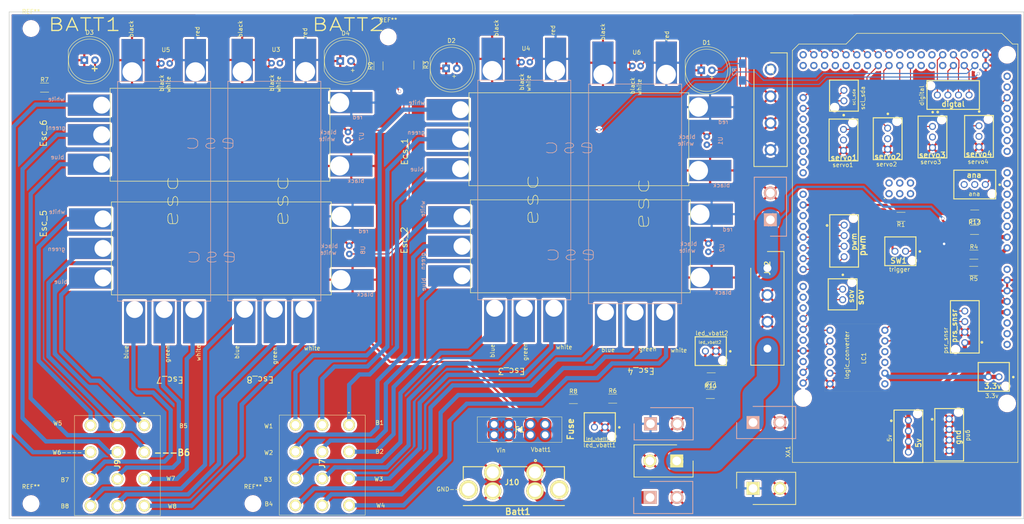
<source format=kicad_pcb>
(kicad_pcb (version 20171130) (host pcbnew 5.1.2-f72e74a~84~ubuntu16.04.1)
  (layers (0 F.Cu signal) (1 In1.Cu power) (2 In2.Cu signal) (31 B.Cu power) (34 B.Paste user) (35 F.Paste user) (36 B.SilkS user) (37 F.SilkS user) (38 B.Mask user) (39 F.Mask user) (44 Edge.Cuts user))
  (net 0 "")
  (net 1 GND)
  (net 2 /VBATT1)
  (net 3 /B1)
  (net 4 /G1)
  (net 5 /W1)
  (net 6 /B2)
  (net 7 /G2)
  (net 8 /W2)
  (net 9 /B3)
  (net 10 /G3)
  (net 11 /W3)
  (net 12 /B4)
  (net 13 /G4)
  (net 14 /W4)
  (net 15 /B5)
  (net 16 /G5)
  (net 17 /W5)
  (net 18 /B6)
  (net 19 /G6)
  (net 20 /W6)
  (net 21 /B7)
  (net 22 /G7)
  (net 23 /W7)
  (net 24 /B8)
  (net 25 /G8)
  (net 26 /W8)
  (net 27 /VBATT2)
  (net 28 /DVL)
  (net 29 /T-1)
  (net 30 /T-2)
  (net 31 /T-8)
  (net 32 /T-3)
  (net 33 /T-7)
  (net 34 /T-4)
  (net 35 /T-6)
  (net 36 /T-5)
  (net 37 "Net-(D1-Pad2)")
  (net 38 "Net-(D2-Pad2)")
  (net 39 "Net-(D3-Pad2)")
  (net 40 "Net-(D4-Pad2)")
  (net 41 "/SDA(PS)")
  (net 42 "/SCL(PS)")
  (net 43 /5V)
  (net 44 /SER1)
  (net 45 /5VBC)
  (net 46 /Led_vbatt1)
  (net 47 /SER2)
  (net 48 /NUC)
  (net 49 /3.3V)
  (net 50 /SCL1)
  (net 51 /SDA1)
  (net 52 /Led_vbatt2)
  (net 53 /SER3)
  (net 54 /ANA1)
  (net 55 /ANA2)
  (net 56 /ANA3)
  (net 57 /SER4)
  (net 58 /IN_1)
  (net 59 /IN_2)
  (net 60 /DIG1)
  (net 61 /DIG2)
  (net 62 /DIG3)
  (net 63 /DIG4)
  (net 64 /PWM-1)
  (net 65 /PWM-2)
  (net 66 /PWM-3)
  (net 67 /PWM-4)
  (net 68 "/SCL(HV)")
  (net 69 "/SDA(HV)")
  (net 70 /Trigger)
  (net 71 /Test_led2)
  (net 72 /Test_led1)
  (net 73 /A0)
  (net 74 /A1)
  (module MountingHole:MountingHole_3mm (layer F.Cu) (at 111 26.5)
    (fp_text reference REF** (at 0 -4) (layer F.SilkS))
    (fp_text value MountingHole_3mm)
    (pad 1 np_thru_hole circle (at 0 0) (size 3 3) (drill 3) (layers *.Cu *.Mask))
  )
  (module MountingHole:MountingHole_3mm (layer F.Cu) (at 79 137)
    (fp_text reference REF** (at 0 -4) (layer F.SilkS))
    (fp_text value MountingHole_3mm)
    (pad 1 np_thru_hole circle (at 0 0) (size 3 3) (drill 3) (layers *.Cu *.Mask))
  )
  (module MountingHole:MountingHole_3mm (layer F.Cu) (at 26.5 24.5)
    (fp_text reference REF** (at 0 -4) (layer F.SilkS))
    (fp_text value MountingHole_3mm)
    (pad 1 np_thru_hole circle (at 0 0) (size 3 3) (drill 3) (layers *.Cu *.Mask))
  )
  (module MountingHole:MountingHole_3mm (layer F.Cu) (at 26.5 137)
    (fp_text reference REF** (at 0 -4) (layer F.SilkS))
    (fp_text value MountingHole_3mm)
    (pad 1 np_thru_hole circle (at 0 0) (size 3 3) (drill 3) (layers *.Cu *.Mask))
  )
  (module Footprints:1x4_mini_lock (layer F.Cu) (at 244.65 43.65 180)
    (fp_text reference digtal (at 0 1.25) (layer F.SilkS) (effects (font (size 1.27 1.27) (thickness 0.254))))
    (fp_text value Dig_Extras hide)
    (pad 5 np_thru_hole circle (at 5.35 5.6 180) (size 1.25 0) (drill 1.25) (layers *.Cu *.Mask))
    (pad 4 thru_hole circle (at -3.75 3.4 180) (size 1.65 1.65) (drill 1.1) (layers *.Cu *.Mask) (net 63 /DIG4))
    (pad 3 thru_hole circle (at -1.25 3.4 180) (size 1.65 1.65) (drill 1.1) (layers *.Cu *.Mask) (net 62 /DIG3))
    (pad 2 thru_hole circle (at 1.25 3.4 180) (size 1.65 1.65) (drill 1.1) (layers *.Cu *.Mask) (net 61 /DIG2))
    (pad 1 thru_hole circle (at 3.75 3.4 180) (size 1.65 1.65) (drill 1.1) (layers *.Cu *.Mask) (net 60 /DIG1))
  )
  (module Footprints:LED_D10.0mm (layer F.Cu) (at 124.7 33.95)
    (fp_text reference D2 (at 1.27 -6.56) (layer F.SilkS))
    (fp_text value LED)
    (pad 2 thru_hole circle (at 2.54 0) (size 1.8 1.8) (drill 0.9) (layers *.Cu *.Mask) (net 38 "Net-(D2-Pad2)"))
    (pad 1 thru_hole rect (at 0 0) (size 1.8 1.8) (drill 0.9) (layers *.Cu *.Mask) (net 1 GND))
  )
  (module Footprints:Arduino_Mega2560_Shield (layer F.Cu) (at 259.95 127.25 90)
    (fp_text reference XA1 (at 2.54 -54.356 90) (layer F.SilkS))
    (fp_text value Arduino_Mega2560_Shield)
    (fp_text user . (at 62.484 -32.004 90) (layer F.SilkS))
    (pad MISO thru_hole oval (at 63.627 -30.48 90) (size 1.7272 1.7272) (drill 1.016) (layers *.Cu *.Mask))
    (pad GND6 thru_hole oval (at 96.52 -7.62 90) (size 1.7272 1.7272) (drill 1.016) (layers *.Cu *.Mask) (net 1 GND))
    (pad GND5 thru_hole oval (at 93.98 -7.62 90) (size 1.7272 1.7272) (drill 1.016) (layers *.Cu *.Mask) (net 1 GND))
    (pad D53 thru_hole oval (at 96.52 -10.16 90) (size 1.7272 1.7272) (drill 1.016) (layers *.Cu *.Mask) (net 71 /Test_led2))
    (pad D52 thru_hole oval (at 93.98 -10.16 90) (size 1.7272 1.7272) (drill 1.016) (layers *.Cu *.Mask) (net 72 /Test_led1))
    (pad D51 thru_hole oval (at 96.52 -12.7 90) (size 1.7272 1.7272) (drill 1.016) (layers *.Cu *.Mask))
    (pad D50 thru_hole oval (at 93.98 -12.7 90) (size 1.7272 1.7272) (drill 1.016) (layers *.Cu *.Mask) (net 63 /DIG4))
    (pad D49 thru_hole oval (at 96.52 -15.24 90) (size 1.7272 1.7272) (drill 1.016) (layers *.Cu *.Mask) (net 62 /DIG3))
    (pad D48 thru_hole oval (at 93.98 -15.24 90) (size 1.7272 1.7272) (drill 1.016) (layers *.Cu *.Mask) (net 61 /DIG2))
    (pad D47 thru_hole oval (at 96.52 -17.78 90) (size 1.7272 1.7272) (drill 1.016) (layers *.Cu *.Mask) (net 60 /DIG1))
    (pad D46 thru_hole oval (at 93.98 -17.78 90) (size 1.7272 1.7272) (drill 1.016) (layers *.Cu *.Mask))
    (pad D45 thru_hole oval (at 96.52 -20.32 90) (size 1.7272 1.7272) (drill 1.016) (layers *.Cu *.Mask))
    (pad D44 thru_hole oval (at 93.98 -20.32 90) (size 1.7272 1.7272) (drill 1.016) (layers *.Cu *.Mask))
    (pad D43 thru_hole oval (at 96.52 -22.86 90) (size 1.7272 1.7272) (drill 1.016) (layers *.Cu *.Mask))
    (pad D42 thru_hole oval (at 93.98 -22.86 90) (size 1.7272 1.7272) (drill 1.016) (layers *.Cu *.Mask))
    (pad D41 thru_hole oval (at 96.52 -25.4 90) (size 1.7272 1.7272) (drill 1.016) (layers *.Cu *.Mask))
    (pad D40 thru_hole oval (at 93.98 -25.4 90) (size 1.7272 1.7272) (drill 1.016) (layers *.Cu *.Mask) (net 57 /SER4))
    (pad D39 thru_hole oval (at 96.52 -27.94 90) (size 1.7272 1.7272) (drill 1.016) (layers *.Cu *.Mask))
    (pad D38 thru_hole oval (at 93.98 -27.94 90) (size 1.7272 1.7272) (drill 1.016) (layers *.Cu *.Mask) (net 53 /SER3))
    (pad D37 thru_hole oval (at 96.52 -30.48 90) (size 1.7272 1.7272) (drill 1.016) (layers *.Cu *.Mask) (net 33 /T-7))
    (pad D36 thru_hole oval (at 93.98 -30.48 90) (size 1.7272 1.7272) (drill 1.016) (layers *.Cu *.Mask) (net 47 /SER2))
    (pad D35 thru_hole oval (at 96.52 -33.02 90) (size 1.7272 1.7272) (drill 1.016) (layers *.Cu *.Mask) (net 31 /T-8))
    (pad D34 thru_hole oval (at 93.98 -33.02 90) (size 1.7272 1.7272) (drill 1.016) (layers *.Cu *.Mask) (net 44 /SER1))
    (pad D33 thru_hole oval (at 96.52 -35.56 90) (size 1.7272 1.7272) (drill 1.016) (layers *.Cu *.Mask) (net 35 /T-6))
    (pad D32 thru_hole oval (at 93.98 -35.56 90) (size 1.7272 1.7272) (drill 1.016) (layers *.Cu *.Mask))
    (pad D31 thru_hole oval (at 96.52 -38.1 90) (size 1.7272 1.7272) (drill 1.016) (layers *.Cu *.Mask) (net 36 /T-5))
    (pad D30 thru_hole oval (at 93.98 -38.1 90) (size 1.7272 1.7272) (drill 1.016) (layers *.Cu *.Mask))
    (pad D29 thru_hole oval (at 96.52 -40.64 90) (size 1.7272 1.7272) (drill 1.016) (layers *.Cu *.Mask) (net 32 /T-3))
    (pad D28 thru_hole oval (at 93.98 -40.64 90) (size 1.7272 1.7272) (drill 1.016) (layers *.Cu *.Mask))
    (pad D27 thru_hole oval (at 96.52 -43.18 90) (size 1.7272 1.7272) (drill 1.016) (layers *.Cu *.Mask) (net 34 /T-4))
    (pad D26 thru_hole oval (at 93.98 -43.18 90) (size 1.7272 1.7272) (drill 1.016) (layers *.Cu *.Mask))
    (pad D25 thru_hole oval (at 96.52 -45.72 90) (size 1.7272 1.7272) (drill 1.016) (layers *.Cu *.Mask) (net 29 /T-1))
    (pad D24 thru_hole oval (at 93.98 -45.72 90) (size 1.7272 1.7272) (drill 1.016) (layers *.Cu *.Mask))
    (pad D23 thru_hole oval (at 96.52 -48.26 90) (size 1.7272 1.7272) (drill 1.016) (layers *.Cu *.Mask) (net 30 /T-2))
    (pad D22 thru_hole oval (at 93.98 -48.26 90) (size 1.7272 1.7272) (drill 1.016) (layers *.Cu *.Mask))
    (pad 5V4 thru_hole oval (at 96.52 -50.8 90) (size 1.7272 1.7272) (drill 1.016) (layers *.Cu *.Mask))
    (pad 5V3 thru_hole oval (at 93.98 -50.8 90) (size 1.7272 1.7272) (drill 1.016) (layers *.Cu *.Mask))
    (pad A15 thru_hole oval (at 91.44 -2.54 90) (size 1.7272 1.7272) (drill 1.016) (layers *.Cu *.Mask) (net 56 /ANA3))
    (pad A14 thru_hole oval (at 88.9 -2.54 90) (size 1.7272 1.7272) (drill 1.016) (layers *.Cu *.Mask) (net 55 /ANA2))
    (pad A13 thru_hole oval (at 86.36 -2.54 90) (size 1.7272 1.7272) (drill 1.016) (layers *.Cu *.Mask) (net 54 /ANA1))
    (pad A12 thru_hole oval (at 83.82 -2.54 90) (size 1.7272 1.7272) (drill 1.016) (layers *.Cu *.Mask))
    (pad A11 thru_hole oval (at 81.28 -2.54 90) (size 1.7272 1.7272) (drill 1.016) (layers *.Cu *.Mask))
    (pad A10 thru_hole oval (at 78.74 -2.54 90) (size 1.7272 1.7272) (drill 1.016) (layers *.Cu *.Mask))
    (pad A9 thru_hole oval (at 76.2 -2.54 90) (size 1.7272 1.7272) (drill 1.016) (layers *.Cu *.Mask))
    (pad A8 thru_hole oval (at 73.66 -2.54 90) (size 1.7272 1.7272) (drill 1.016) (layers *.Cu *.Mask))
    (pad A7 thru_hole oval (at 68.58 -2.54 90) (size 1.7272 1.7272) (drill 1.016) (layers *.Cu *.Mask))
    (pad A6 thru_hole oval (at 66.04 -2.54 90) (size 1.7272 1.7272) (drill 1.016) (layers *.Cu *.Mask))
    (pad A5 thru_hole oval (at 63.5 -2.54 90) (size 1.7272 1.7272) (drill 1.016) (layers *.Cu *.Mask))
    (pad A4 thru_hole oval (at 60.96 -2.54 90) (size 1.7272 1.7272) (drill 1.016) (layers *.Cu *.Mask))
    (pad A3 thru_hole oval (at 58.42 -2.54 90) (size 1.7272 1.7272) (drill 1.016) (layers *.Cu *.Mask))
    (pad A2 thru_hole oval (at 55.88 -2.54 90) (size 1.7272 1.7272) (drill 1.016) (layers *.Cu *.Mask))
    (pad A1 thru_hole oval (at 53.34 -2.54 90) (size 1.7272 1.7272) (drill 1.016) (layers *.Cu *.Mask) (net 74 /A1))
    (pad "" thru_hole oval (at 27.94 -2.54 90) (size 1.7272 1.7272) (drill 1.016) (layers *.Cu *.Mask))
    (pad D11 thru_hole oval (at 34.036 -50.8 90) (size 1.7272 1.7272) (drill 1.016) (layers *.Cu *.Mask) (net 58 /IN_1))
    (pad D12 thru_hole oval (at 31.496 -50.8 90) (size 1.7272 1.7272) (drill 1.016) (layers *.Cu *.Mask) (net 59 /IN_2))
    (pad D13 thru_hole oval (at 28.956 -50.8 90) (size 1.7272 1.7272) (drill 1.016) (layers *.Cu *.Mask))
    (pad AREF thru_hole oval (at 23.876 -50.8 90) (size 1.7272 1.7272) (drill 1.016) (layers *.Cu *.Mask))
    (pad SDA thru_hole oval (at 21.336 -50.8 90) (size 1.7272 1.7272) (drill 1.016) (layers *.Cu *.Mask) (net 69 "/SDA(HV)"))
    (pad SCL thru_hole oval (at 18.796 -50.8 90) (size 1.7272 1.7272) (drill 1.016) (layers *.Cu *.Mask) (net 68 "/SCL(HV)"))
    (pad "" np_thru_hole circle (at 13.97 -2.54 90) (size 3.2 3.2) (drill 3.2) (layers *.Cu *.Mask))
    (pad "" np_thru_hole circle (at 96.52 -2.54 90) (size 3.2 3.2) (drill 3.2) (layers *.Cu *.Mask))
    (pad "" np_thru_hole circle (at 15.24 -50.8 90) (size 3.2 3.2) (drill 3.2) (layers *.Cu *.Mask))
    (pad D10 thru_hole oval (at 36.576 -50.8 90) (size 1.7272 1.7272) (drill 1.016) (layers *.Cu *.Mask))
    (pad D9 thru_hole oval (at 39.116 -50.8 90) (size 1.7272 1.7272) (drill 1.016) (layers *.Cu *.Mask))
    (pad D8 thru_hole oval (at 41.656 -50.8 90) (size 1.7272 1.7272) (drill 1.016) (layers *.Cu *.Mask))
    (pad GND1 thru_hole oval (at 26.416 -50.8 90) (size 1.7272 1.7272) (drill 1.016) (layers *.Cu *.Mask) (net 1 GND))
    (pad D7 thru_hole oval (at 45.72 -50.8 90) (size 1.7272 1.7272) (drill 1.016) (layers *.Cu *.Mask) (net 67 /PWM-4))
    (pad D6 thru_hole oval (at 48.26 -50.8 90) (size 1.7272 1.7272) (drill 1.016) (layers *.Cu *.Mask) (net 66 /PWM-3))
    (pad D5 thru_hole oval (at 50.8 -50.8 90) (size 1.7272 1.7272) (drill 1.016) (layers *.Cu *.Mask) (net 65 /PWM-2))
    (pad D4 thru_hole oval (at 53.34 -50.8 90) (size 1.7272 1.7272) (drill 1.016) (layers *.Cu *.Mask) (net 64 /PWM-1))
    (pad D3 thru_hole oval (at 55.88 -50.8 90) (size 1.7272 1.7272) (drill 1.016) (layers *.Cu *.Mask))
    (pad D2 thru_hole oval (at 58.42 -50.8 90) (size 1.7272 1.7272) (drill 1.016) (layers *.Cu *.Mask))
    (pad D1 thru_hole oval (at 60.96 -50.8 90) (size 1.7272 1.7272) (drill 1.016) (layers *.Cu *.Mask) (net 70 /Trigger))
    (pad D0 thru_hole oval (at 63.5 -50.8 90) (size 1.7272 1.7272) (drill 1.016) (layers *.Cu *.Mask))
    (pad D14 thru_hole oval (at 68.58 -50.8 90) (size 1.7272 1.7272) (drill 1.016) (layers *.Cu *.Mask))
    (pad D15 thru_hole oval (at 71.12 -50.8 90) (size 1.7272 1.7272) (drill 1.016) (layers *.Cu *.Mask))
    (pad D16 thru_hole oval (at 73.66 -50.8 90) (size 1.7272 1.7272) (drill 1.016) (layers *.Cu *.Mask))
    (pad D17 thru_hole oval (at 76.2 -50.8 90) (size 1.7272 1.7272) (drill 1.016) (layers *.Cu *.Mask))
    (pad D18 thru_hole oval (at 78.74 -50.8 90) (size 1.7272 1.7272) (drill 1.016) (layers *.Cu *.Mask))
    (pad D19 thru_hole oval (at 81.28 -50.8 90) (size 1.7272 1.7272) (drill 1.016) (layers *.Cu *.Mask))
    (pad D20 thru_hole oval (at 83.82 -50.8 90) (size 1.7272 1.7272) (drill 1.016) (layers *.Cu *.Mask) (net 51 /SDA1))
    (pad D21 thru_hole oval (at 86.36 -50.8 90) (size 1.7272 1.7272) (drill 1.016) (layers *.Cu *.Mask) (net 50 /SCL1))
    (pad IORF thru_hole oval (at 30.48 -2.54 90) (size 1.7272 1.7272) (drill 1.016) (layers *.Cu *.Mask))
    (pad RST1 thru_hole oval (at 33.02 -2.54 90) (size 1.7272 1.7272) (drill 1.016) (layers *.Cu *.Mask))
    (pad 3V3 thru_hole oval (at 35.56 -2.54 90) (size 1.7272 1.7272) (drill 1.016) (layers *.Cu *.Mask) (net 49 /3.3V))
    (pad 5V1 thru_hole oval (at 38.1 -2.54 90) (size 1.7272 1.7272) (drill 1.016) (layers *.Cu *.Mask) (net 43 /5V))
    (pad GND2 thru_hole oval (at 40.64 -2.54 90) (size 1.7272 1.7272) (drill 1.016) (layers *.Cu *.Mask) (net 1 GND))
    (pad GND3 thru_hole oval (at 43.18 -2.54 90) (size 1.7272 1.7272) (drill 1.016) (layers *.Cu *.Mask) (net 1 GND))
    (pad VIN thru_hole oval (at 45.72 -2.54 90) (size 1.7272 1.7272) (drill 1.016) (layers *.Cu *.Mask))
    (pad A0 thru_hole oval (at 50.8 -2.54 90) (size 1.7272 1.7272) (drill 1.016) (layers *.Cu *.Mask) (net 73 /A0))
    (pad 5V2 thru_hole oval (at 66.167 -30.48 90) (size 1.7272 1.7272) (drill 1.016) (layers *.Cu *.Mask))
    (pad SCK thru_hole oval (at 63.627 -27.94 90) (size 1.7272 1.7272) (drill 1.016) (layers *.Cu *.Mask))
    (pad MOSI thru_hole oval (at 66.167 -27.94 90) (size 1.7272 1.7272) (drill 1.016) (layers *.Cu *.Mask))
    (pad GND4 thru_hole oval (at 66.167 -25.4 90) (size 1.7272 1.7272) (drill 1.016) (layers *.Cu *.Mask))
    (pad RST2 thru_hole oval (at 63.627 -25.4 90) (size 1.7272 1.7272) (drill 1.016) (layers *.Cu *.Mask))
  )
  (module Footprints:esc_redefined (layer B.Cu) (at 130.4544 87.0712 90)
    (fp_text reference U2 (at 10.6 59.5 90) (layer B.SilkS) (effects (justify mirror)))
    (fp_text value ESCPINS)
    (fp_text user black (at 0.0712 59.7956) (layer B.SilkS) (effects (justify mirror)))
    (fp_text user red (at 15.0212 60.8456) (layer B.SilkS) (effects (justify mirror)))
    (fp_text user white (at 19.8712 -11.2544 90) (layer B.SilkS) (effects (justify mirror)))
    (fp_text user green (at 7.4712 -11.2544 90) (layer B.SilkS) (effects (justify mirror)))
    (fp_text user blue (at 1.9712 -11.0544 90) (layer B.SilkS) (effects (justify mirror)))
    (fp_text user black (at 11.6 51.6) (layer B.SilkS) (effects (justify mirror)))
    (fp_text user white (at 10 51.3) (layer B.SilkS) (effects (justify mirror)))
    (fp_text user esc (at 9.4 23.7) (layer B.SilkS) (effects (font (size 3.5 5)) (justify mirror)))
    (pad 4 thru_hole circle (at 9.69 56.28) (size 1.55 1.55) (drill 0.7) (layers *.Cu *.Mask) (net 30 /T-2))
    (pad 5 thru_hole circle (at 11.64 56.28) (size 1.55 1.55) (drill 0.7) (layers *.Cu *.Mask) (net 1 GND))
    (pad 1 thru_hole rect (at 4 -2 90) (size 5 10) (drill 4 (offset 0 -3)) (layers *.Cu B.Mask) (net 6 /B2))
    (pad 2 thru_hole rect (at 11 -2 90) (size 5 10) (drill 4 (offset 0 -3)) (layers *.Cu B.Mask) (net 7 /G2))
    (pad 3 thru_hole rect (at 18 -2 90) (size 5 10) (drill 4 (offset 0 -3)) (layers *.Cu B.Mask) (net 8 /W2))
    (pad 7 thru_hole rect (at 3.6 54.3 270) (size 5 10) (drill 4.5 (offset 0 -2.75)) (layers *.Cu B.Mask) (net 1 GND))
    (pad 6 thru_hole rect (at 18.6 54.3 270) (size 5 10) (drill 4.5 (offset 0 -2.75)) (layers *.Cu B.Mask) (net 28 /DVL))
  )
  (module Footprints:esc_redefined (layer B.Cu) (at 130.0988 61.722 90)
    (fp_text reference U1 (at 10.6 59.5 90) (layer B.SilkS) (effects (justify mirror)))
    (fp_text value ESCPINS)
    (fp_text user black (at 0.122 59.7512) (layer B.SilkS) (effects (justify mirror)))
    (fp_text user red (at 15.122 60.1512) (layer B.SilkS) (effects (justify mirror)))
    (fp_text user white (at 19.672 -12.3488) (layer B.SilkS) (effects (justify mirror)))
    (fp_text user green (at 12.622 -12.4988) (layer B.SilkS) (effects (justify mirror)))
    (fp_text user blue (at 3.9 -12.3) (layer B.SilkS) (effects (justify mirror)))
    (fp_text user black (at 11.6 51.6) (layer B.SilkS) (effects (justify mirror)))
    (fp_text user white (at 10 51.3) (layer B.SilkS) (effects (justify mirror)))
    (fp_text user esc (at 9.4 23.7) (layer B.SilkS) (effects (font (size 3.5 5)) (justify mirror)))
    (pad 4 thru_hole circle (at 9.69 56.28) (size 1.55 1.55) (drill 0.7) (layers *.Cu *.Mask) (net 29 /T-1))
    (pad 5 thru_hole circle (at 11.64 56.28) (size 1.55 1.55) (drill 0.7) (layers *.Cu *.Mask) (net 1 GND))
    (pad 1 thru_hole rect (at 4 -2 90) (size 5 10) (drill 4 (offset 0 -3)) (layers *.Cu B.Mask) (net 3 /B1))
    (pad 2 thru_hole rect (at 11 -2 90) (size 5 10) (drill 4 (offset 0 -3)) (layers *.Cu B.Mask) (net 4 /G1))
    (pad 3 thru_hole rect (at 18 -2 90) (size 5 10) (drill 4 (offset 0 -3)) (layers *.Cu B.Mask) (net 5 /W1))
    (pad 7 thru_hole rect (at 3.6 54.3 270) (size 5 10) (drill 4.5 (offset 0 -2.75)) (layers *.Cu B.Mask) (net 1 GND))
    (pad 6 thru_hole rect (at 18.6 54.3 270) (size 5 10) (drill 4.5 (offset 0 -2.75)) (layers *.Cu B.Mask) (net 28 /DVL))
  )
  (module Footprints:esc_mirror_redefined (layer F.Cu) (at 143.9164 89.662)
    (fp_text reference U6 (at 25.88 -59.5) (layer F.SilkS))
    (fp_text value ESCPINS)
    (fp_text user black (at 17.8336 -64.362 270) (layer F.SilkS))
    (fp_text user red (at 32.9836 -63.412 270) (layer F.SilkS))
    (fp_text user white (at 35.8336 11.038) (layer F.SilkS))
    (fp_text user green (at 28.4836 10.738) (layer F.SilkS))
    (fp_text user blue (at 19.0836 10.938) (layer F.SilkS))
    (fp_text user black (at 24.88 -51.6 270) (layer F.SilkS))
    (fp_text user white (at 26.48 -51.3 270) (layer F.SilkS))
    (fp_text user esc (at 27.08 -23.7 270) (layer F.SilkS) (effects (font (size 3.5 5))))
    (pad 4 thru_hole circle (at 26.79 -56.28 270) (size 1.55 1.55) (drill 0.7) (layers *.Cu *.Mask) (net 34 /T-4))
    (pad 5 thru_hole circle (at 24.84 -56.28 270) (size 1.55 1.55) (drill 0.7) (layers *.Cu *.Mask) (net 1 GND))
    (pad 1 thru_hole rect (at 32.48 2) (size 5 10) (drill 4 (offset 0 3)) (layers *.Cu F.Mask) (net 14 /W4))
    (pad 2 thru_hole rect (at 25.48 2) (size 5 10) (drill 4 (offset 0 3)) (layers *.Cu F.Mask) (net 13 /G4))
    (pad 3 thru_hole rect (at 18.48 2) (size 5 10) (drill 4 (offset 0 3)) (layers *.Cu F.Mask) (net 12 /B4))
    (pad 7 thru_hole rect (at 32.88 -54.3 180) (size 5 10) (drill 4.5 (offset 0 2.75)) (layers *.Cu F.Mask) (net 28 /DVL))
    (pad 6 thru_hole rect (at 17.88 -54.3 180) (size 5 10) (drill 4.5 (offset 0 2.75)) (layers *.Cu F.Mask) (net 1 GND))
  )
  (module Footprints:esc_redefined (layer B.Cu) (at 45.212 60.6552 90)
    (fp_text reference U7 (at 10.6 59.5 90) (layer B.SilkS) (effects (justify mirror)))
    (fp_text value ESCPINS)
    (fp_text user black (at 0.1052 58.138) (layer B.SilkS) (effects (justify mirror)))
    (fp_text user red (at 15.1552 58.538) (layer B.SilkS) (effects (justify mirror)))
    (fp_text user white (at 19.4052 -12.762) (layer B.SilkS) (effects (justify mirror)))
    (fp_text user green (at 12.6552 -12.612) (layer B.SilkS) (effects (justify mirror)))
    (fp_text user blue (at 5.7052 -12.462) (layer B.SilkS) (effects (justify mirror)))
    (fp_text user black (at 11.6 51.6) (layer B.SilkS) (effects (justify mirror)))
    (fp_text user white (at 10 51.3) (layer B.SilkS) (effects (justify mirror)))
    (fp_text user esc (at 9.4 23.7) (layer B.SilkS) (effects (font (size 3.5 5)) (justify mirror)))
    (pad 4 thru_hole circle (at 9.69 56.28) (size 1.55 1.55) (drill 0.7) (layers *.Cu *.Mask) (net 35 /T-6))
    (pad 5 thru_hole circle (at 11.64 56.28) (size 1.55 1.55) (drill 0.7) (layers *.Cu *.Mask) (net 1 GND))
    (pad 1 thru_hole rect (at 4 -2 90) (size 5 10) (drill 4 (offset 0 -3)) (layers *.Cu B.Mask) (net 18 /B6))
    (pad 2 thru_hole rect (at 11 -2 90) (size 5 10) (drill 4 (offset 0 -3)) (layers *.Cu B.Mask) (net 19 /G6))
    (pad 3 thru_hole rect (at 18 -2 90) (size 5 10) (drill 4 (offset 0 -3)) (layers *.Cu B.Mask) (net 20 /W6))
    (pad 7 thru_hole rect (at 3.6 54.3 270) (size 5 10) (drill 4.5 (offset 0 -2.75)) (layers *.Cu B.Mask) (net 1 GND))
    (pad 6 thru_hole rect (at 18.6 54.3 270) (size 5 10) (drill 4.5 (offset 0 -2.75)) (layers *.Cu B.Mask) (net 28 /DVL))
  )
  (module Footprints:esc_mirror_redefined (layer F.Cu) (at 58.5724 89.0016)
    (fp_text reference U3 (at 25.88 -59.5) (layer F.SilkS))
    (fp_text value ESCPINS)
    (fp_text user esc (at 27.08 -23.7 270) (layer F.SilkS) (effects (font (size 3.5 5))))
    (fp_text user white (at 26.48 -51.3 270) (layer F.SilkS))
    (fp_text user black (at 24.88 -51.6 270) (layer F.SilkS))
    (fp_text user blue (at 16.6276 12.1484 270) (layer F.SilkS))
    (fp_text user green (at 25.58 13 270) (layer F.SilkS))
    (fp_text user white (at 34.4276 11.1984) (layer F.SilkS))
    (fp_text user red (at 32.7276 -63.5016 270) (layer F.SilkS))
    (fp_text user black (at 17.4276 -64.4016 270) (layer F.SilkS))
    (pad 6 thru_hole rect (at 17.88 -54.3 180) (size 5 10) (drill 4.5 (offset 0 2.75)) (layers *.Cu F.Mask) (net 1 GND))
    (pad 7 thru_hole rect (at 32.88 -54.3 180) (size 5 10) (drill 4.5 (offset 0 2.75)) (layers *.Cu F.Mask) (net 28 /DVL))
    (pad 3 thru_hole rect (at 18.48 2) (size 5 10) (drill 4 (offset 0 3)) (layers *.Cu F.Mask) (net 24 /B8))
    (pad 2 thru_hole rect (at 25.48 2) (size 5 10) (drill 4 (offset 0 3)) (layers *.Cu F.Mask) (net 25 /G8))
    (pad 1 thru_hole rect (at 32.48 2) (size 5 10) (drill 4 (offset 0 3)) (layers *.Cu F.Mask) (net 26 /W8))
    (pad 5 thru_hole circle (at 24.84 -56.28 270) (size 1.55 1.55) (drill 0.7) (layers *.Cu *.Mask) (net 1 GND))
    (pad 4 thru_hole circle (at 26.79 -56.28 270) (size 1.55 1.55) (drill 0.7) (layers *.Cu *.Mask) (net 31 /T-8))
  )
  (module Footprints:esc_mirror_redefined (layer F.Cu) (at 32.512 89.0524)
    (fp_text reference U5 (at 25.88 -59.5) (layer F.SilkS))
    (fp_text value ESCPINS)
    (fp_text user black (at 17.688 -64.4524 270) (layer F.SilkS))
    (fp_text user red (at 33.338 -63.8524 270) (layer F.SilkS))
    (fp_text user white (at 33.588 12.2476 270) (layer F.SilkS))
    (fp_text user green (at 26.238 12.4976 270) (layer F.SilkS))
    (fp_text user blue (at 16.488 12.0976 270) (layer F.SilkS))
    (fp_text user black (at 24.88 -51.6 270) (layer F.SilkS))
    (fp_text user white (at 26.48 -51.3 270) (layer F.SilkS))
    (fp_text user esc (at 27.08 -23.7 270) (layer F.SilkS) (effects (font (size 3.5 5))))
    (pad 4 thru_hole circle (at 26.79 -56.28 270) (size 1.55 1.55) (drill 0.7) (layers *.Cu *.Mask) (net 33 /T-7))
    (pad 5 thru_hole circle (at 24.84 -56.28 270) (size 1.55 1.55) (drill 0.7) (layers *.Cu *.Mask) (net 1 GND))
    (pad 1 thru_hole rect (at 32.48 2) (size 5 10) (drill 4 (offset 0 3)) (layers *.Cu F.Mask) (net 23 /W7))
    (pad 2 thru_hole rect (at 25.48 2) (size 5 10) (drill 4 (offset 0 3)) (layers *.Cu F.Mask) (net 22 /G7))
    (pad 3 thru_hole rect (at 18.48 2) (size 5 10) (drill 4 (offset 0 3)) (layers *.Cu F.Mask) (net 21 /B7))
    (pad 7 thru_hole rect (at 32.88 -54.3 180) (size 5 10) (drill 4.5 (offset 0 2.75)) (layers *.Cu F.Mask) (net 28 /DVL))
    (pad 6 thru_hole rect (at 17.88 -54.3 180) (size 5 10) (drill 4.5 (offset 0 2.75)) (layers *.Cu F.Mask) (net 1 GND))
  )
  (module Footprints:4_3connector (layer F.Cu) (at 101.7524 118.364 270)
    (fp_text reference J7 (at 9.192 6.35 270) (layer F.SilkS) (effects (font (size 1.27 1.27) (thickness 0.254))))
    (fp_text value Thruster_1-4 hide)
    (pad 1 thru_hole circle (at 0 0) (size 2.79 2.79) (drill 1.86) (layers *.Cu *.Mask F.SilkS) (net 3 /B1))
    (pad 2 thru_hole circle (at 0 6.35) (size 2.79 2.79) (drill 1.86) (layers *.Cu *.Mask F.SilkS) (net 4 /G1))
    (pad 3 thru_hole circle (at 0 12.7) (size 2.79 2.79) (drill 1.86) (layers *.Cu *.Mask F.SilkS) (net 5 /W1))
    (pad 4 thru_hole circle (at 6.35 0) (size 2.79 2.79) (drill 1.86) (layers *.Cu *.Mask F.SilkS) (net 6 /B2))
    (pad 5 thru_hole circle (at 6.35 6.35) (size 2.79 2.79) (drill 1.86) (layers *.Cu *.Mask F.SilkS) (net 7 /G2))
    (pad 6 thru_hole circle (at 6.35 12.7) (size 2.79 2.79) (drill 1.86) (layers *.Cu *.Mask F.SilkS) (net 8 /W2))
    (pad 7 thru_hole circle (at 12.7 0) (size 2.79 2.79) (drill 1.86) (layers *.Cu *.Mask F.SilkS) (net 11 /W3))
    (pad 8 thru_hole circle (at 12.7 6.35) (size 2.79 2.79) (drill 1.86) (layers *.Cu *.Mask F.SilkS) (net 10 /G3))
    (pad 9 thru_hole circle (at 12.7 12.7) (size 2.79 2.79) (drill 1.86) (layers *.Cu *.Mask F.SilkS) (net 9 /B3))
    (pad 10 thru_hole circle (at 19.05 0) (size 2.79 2.79) (drill 1.86) (layers *.Cu *.Mask F.SilkS) (net 14 /W4))
    (pad 11 thru_hole circle (at 19.05 6.35) (size 2.79 2.79) (drill 1.86) (layers *.Cu *.Mask F.SilkS) (net 13 /G4))
    (pad 12 thru_hole circle (at 19.05 12.7) (size 2.79 2.79) (drill 1.86) (layers *.Cu *.Mask F.SilkS) (net 12 /B4))
  )
  (module Footprints:4_3connector (layer F.Cu) (at 53.2892 118.4656 270)
    (fp_text reference J9 (at 9.192 6.35 270) (layer F.SilkS) (effects (font (size 1.27 1.27) (thickness 0.254))))
    (fp_text value Thruster_5-8 hide)
    (pad 1 thru_hole circle (at 0 0) (size 2.79 2.79) (drill 1.86) (layers *.Cu *.Mask F.SilkS) (net 15 /B5))
    (pad 2 thru_hole circle (at 0 6.35) (size 2.79 2.79) (drill 1.86) (layers *.Cu *.Mask F.SilkS) (net 16 /G5))
    (pad 3 thru_hole circle (at 0 12.7) (size 2.79 2.79) (drill 1.86) (layers *.Cu *.Mask F.SilkS) (net 17 /W5))
    (pad 4 thru_hole circle (at 6.35 0) (size 2.79 2.79) (drill 1.86) (layers *.Cu *.Mask F.SilkS) (net 18 /B6))
    (pad 5 thru_hole circle (at 6.35 6.35) (size 2.79 2.79) (drill 1.86) (layers *.Cu *.Mask F.SilkS) (net 19 /G6))
    (pad 6 thru_hole circle (at 6.35 12.7) (size 2.79 2.79) (drill 1.86) (layers *.Cu *.Mask F.SilkS) (net 20 /W6))
    (pad 7 thru_hole circle (at 12.7 0) (size 2.79 2.79) (drill 1.86) (layers *.Cu *.Mask F.SilkS) (net 23 /W7))
    (pad 8 thru_hole circle (at 12.7 6.35) (size 2.79 2.79) (drill 1.86) (layers *.Cu *.Mask F.SilkS) (net 22 /G7))
    (pad 9 thru_hole circle (at 12.7 12.7) (size 2.79 2.79) (drill 1.86) (layers *.Cu *.Mask F.SilkS) (net 21 /B7))
    (pad 10 thru_hole circle (at 19.05 0) (size 2.79 2.79) (drill 1.86) (layers *.Cu *.Mask F.SilkS) (net 26 /W8))
    (pad 11 thru_hole circle (at 19.05 6.35) (size 2.79 2.79) (drill 1.86) (layers *.Cu *.Mask F.SilkS) (net 25 /G8))
    (pad 12 thru_hole circle (at 19.05 12.7) (size 2.79 2.79) (drill 1.86) (layers *.Cu *.Mask F.SilkS) (net 24 /B8))
  )
  (module Footprints:power (layer F.Cu) (at 140.716 128.27)
    (fp_text reference J10 (at -0.4338 3.6797) (layer F.SilkS) (effects (font (size 1.27 1.27) (thickness 0.254))))
    (fp_text value Thruster_power hide)
    (pad 1 thru_hole circle (at 5 1.34 90) (size 4.1 4.1) (drill 2.85) (layers *.Cu *.Mask F.SilkS) (net 2 /VBATT1))
    (pad 2 thru_hole circle (at 5 5.74 90) (size 4.1 4.1) (drill 2.85) (layers *.Cu *.Mask F.SilkS) (net 2 /VBATT1))
    (pad 3 thru_hole circle (at -5 1.34 90) (size 4.1 4.1) (drill 2.85) (layers *.Cu *.Mask F.SilkS) (net 1 GND))
    (pad 4 thru_hole circle (at -5 5.74 90) (size 4.1 4.1) (drill 2.85) (layers *.Cu *.Mask F.SilkS) (net 1 GND))
    (pad 5 thru_hole circle (at -10.73 5.39 90) (size 4.4 4.4) (drill 3.05) (layers *.Cu *.Mask F.SilkS))
    (pad 6 thru_hole circle (at 10.73 5.39 90) (size 4.4 4.4) (drill 3.05) (layers *.Cu *.Mask F.SilkS))
  )
  (module Footprints:Fuse (layer F.Cu) (at 142.0876 119.4816 180)
    (fp_text reference F1 (at 0 0 180) (layer F.SilkS) (effects (font (size 1.27 1.27) (thickness 0.254))))
    (fp_text value Fuse hide)
    (pad 1 thru_hole circle (at -6.04 1.25 180) (size 2.4 2.4) (drill 1.6) (layers *.Cu *.Mask) (net 2 /VBATT1))
    (pad 2 thru_hole circle (at -6.04 -1.25 180) (size 2.4 2.4) (drill 1.6) (layers *.Cu *.Mask) (net 2 /VBATT1))
    (pad 3 thru_hole circle (at -2.54 1.25 180) (size 2.4 2.4) (drill 1.6) (layers *.Cu *.Mask) (net 2 /VBATT1))
    (pad 4 thru_hole circle (at -2.54 -1.25 180) (size 2.4 2.4) (drill 1.6) (layers *.Cu *.Mask) (net 2 /VBATT1))
    (pad 5 thru_hole circle (at 2.54 1.25 180) (size 2.4 2.4) (drill 1.6) (layers *.Cu *.Mask) (net 28 /DVL))
    (pad 6 thru_hole circle (at 2.54 -1.25 180) (size 2.4 2.4) (drill 1.6) (layers *.Cu *.Mask) (net 28 /DVL))
    (pad 7 thru_hole circle (at 6.04 1.25 180) (size 2.4 2.4) (drill 1.6) (layers *.Cu *.Mask) (net 28 /DVL))
    (pad 8 thru_hole circle (at 6.04 -1.25 180) (size 2.4 2.4) (drill 1.6) (layers *.Cu *.Mask) (net 28 /DVL))
    (pad 9 np_thru_hole circle (at 0 -0.045 180) (size 0 0) (drill 2.65) (layers *.Cu *.Mask))
  )
  (module Footprints:esc_redefined (layer B.Cu) (at 45.5168 87.5792 90)
    (fp_text reference U8 (at 10.6 59.5 90) (layer B.SilkS) (effects (justify mirror)))
    (fp_text value ESCPINS)
    (fp_text user black (at 0.1292 60.0332 180) (layer B.SilkS) (effects (justify mirror)))
    (fp_text user red (at 15.1292 59.6332) (layer B.SilkS) (effects (justify mirror)))
    (fp_text user white (at 19.6792 -12.8668) (layer B.SilkS) (effects (justify mirror)))
    (fp_text user green (at 10.9 -13) (layer B.SilkS) (effects (justify mirror)))
    (fp_text user blue (at 3.1292 -11.9668) (layer B.SilkS) (effects (justify mirror)))
    (fp_text user black (at 11.6 51.6) (layer B.SilkS) (effects (justify mirror)))
    (fp_text user white (at 10 51.3) (layer B.SilkS) (effects (justify mirror)))
    (fp_text user esc (at 9.4 23.7) (layer B.SilkS) (effects (font (size 3.5 5)) (justify mirror)))
    (pad 4 thru_hole circle (at 9.69 56.28) (size 1.55 1.55) (drill 0.7) (layers *.Cu *.Mask) (net 36 /T-5))
    (pad 5 thru_hole circle (at 11.64 56.28) (size 1.55 1.55) (drill 0.7) (layers *.Cu *.Mask) (net 1 GND))
    (pad 1 thru_hole rect (at 4 -2 90) (size 5 10) (drill 4 (offset 0 -3)) (layers *.Cu B.Mask) (net 15 /B5))
    (pad 2 thru_hole rect (at 11 -2 90) (size 5 10) (drill 4 (offset 0 -3)) (layers *.Cu B.Mask) (net 16 /G5))
    (pad 3 thru_hole rect (at 18 -2 90) (size 5 10) (drill 4 (offset 0 -3)) (layers *.Cu B.Mask) (net 17 /W5))
    (pad 7 thru_hole rect (at 3.6 54.3 270) (size 5 10) (drill 4.5 (offset 0 -2.75)) (layers *.Cu B.Mask) (net 1 GND))
    (pad 6 thru_hole rect (at 18.6 54.3 270) (size 5 10) (drill 4.5 (offset 0 -2.75)) (layers *.Cu B.Mask) (net 28 /DVL))
  )
  (module Footprints:esc_mirror_redefined (layer F.Cu) (at 117.7036 88.7476)
    (fp_text reference U4 (at 25.88 -59.5) (layer F.SilkS))
    (fp_text value ESCPINS)
    (fp_text user black (at 18.8464 -64.3476 270) (layer F.SilkS))
    (fp_text user red (at 32.2464 -63.8476 270) (layer F.SilkS))
    (fp_text user white (at 34.8964 11.2024) (layer F.SilkS))
    (fp_text user green (at 25.6964 12.3524 270) (layer F.SilkS))
    (fp_text user blue (at 17.9464 12.1024 270) (layer F.SilkS))
    (fp_text user black (at 24.88 -51.6 270) (layer F.SilkS))
    (fp_text user white (at 26.48 -51.3 270) (layer F.SilkS))
    (fp_text user esc (at 27.08 -23.7 270) (layer F.SilkS) (effects (font (size 3.5 5))))
    (pad 4 thru_hole circle (at 26.79 -56.28 270) (size 1.55 1.55) (drill 0.7) (layers *.Cu *.Mask) (net 32 /T-3))
    (pad 5 thru_hole circle (at 24.84 -56.28 270) (size 1.55 1.55) (drill 0.7) (layers *.Cu *.Mask) (net 1 GND))
    (pad 1 thru_hole rect (at 32.48 2) (size 5 10) (drill 4 (offset 0 3)) (layers *.Cu F.Mask) (net 11 /W3))
    (pad 2 thru_hole rect (at 25.48 2) (size 5 10) (drill 4 (offset 0 3)) (layers *.Cu F.Mask) (net 10 /G3))
    (pad 3 thru_hole rect (at 18.48 2) (size 5 10) (drill 4 (offset 0 3)) (layers *.Cu F.Mask) (net 9 /B3))
    (pad 7 thru_hole rect (at 32.88 -54.3 180) (size 5 10) (drill 4.5 (offset 0 2.75)) (layers *.Cu F.Mask) (net 28 /DVL))
    (pad 6 thru_hole rect (at 17.88 -54.3 180) (size 5 10) (drill 4.5 (offset 0 2.75)) (layers *.Cu F.Mask) (net 1 GND))
  )
  (module Footprints:LED_D10.0mm (layer F.Cu) (at 185.05 34.4)
    (fp_text reference D1 (at 1.27 -6.56) (layer F.SilkS))
    (fp_text value LED)
    (pad 1 thru_hole rect (at 0 0) (size 1.8 1.8) (drill 0.9) (layers *.Cu *.Mask) (net 1 GND))
    (pad 2 thru_hole circle (at 2.54 0) (size 1.8 1.8) (drill 0.9) (layers *.Cu *.Mask) (net 37 "Net-(D1-Pad2)"))
  )
  (module Footprints:LED_D10.0mm (layer F.Cu) (at 39.1 32)
    (fp_text reference D3 (at 1.27 -6.56) (layer F.SilkS))
    (fp_text value LED)
    (pad 2 thru_hole circle (at 2.54 0) (size 1.8 1.8) (drill 0.9) (layers *.Cu *.Mask) (net 39 "Net-(D3-Pad2)"))
    (pad 1 thru_hole rect (at 0 0) (size 1.8 1.8) (drill 0.9) (layers *.Cu *.Mask) (net 1 GND))
  )
  (module Footprints:LED_D10.0mm (layer F.Cu) (at 99.65 32.2)
    (fp_text reference D4 (at 1.27 -6.56) (layer F.SilkS))
    (fp_text value LED)
    (pad 1 thru_hole rect (at 0 0) (size 1.8 1.8) (drill 0.9) (layers *.Cu *.Mask) (net 1 GND))
    (pad 2 thru_hole circle (at 2.54 0) (size 1.8 1.8) (drill 0.9) (layers *.Cu *.Mask) (net 40 "Net-(D4-Pad2)"))
  )
  (module Footprints:1x4_mini_lock (layer F.Cu) (at 250.8 95.15 270)
    (fp_text reference prs_snsr (at -0.2 5.9 90) (layer F.SilkS) (effects (font (size 1.27 1.27) (thickness 0.254))))
    (fp_text value Pressure_sensor_conn hide)
    (pad 5 np_thru_hole circle (at 5.35 5.6 270) (size 1.25 0) (drill 1.25) (layers *.Cu *.Mask))
    (pad 4 thru_hole circle (at -3.75 3.4 270) (size 1.65 1.65) (drill 1.1) (layers *.Cu *.Mask) (net 41 "/SDA(PS)"))
    (pad 3 thru_hole circle (at -1.25 3.4 270) (size 1.65 1.65) (drill 1.1) (layers *.Cu *.Mask) (net 42 "/SCL(PS)"))
    (pad 2 thru_hole circle (at 1.25 3.4 270) (size 1.65 1.65) (drill 1.1) (layers *.Cu *.Mask) (net 1 GND))
    (pad 1 thru_hole circle (at 3.75 3.4 270) (size 1.65 1.65) (drill 1.1) (layers *.Cu *.Mask) (net 43 /5V))
  )
  (module Footprints:1x2_Molex (layer B.Cu) (at 197.3 117.8)
    (fp_text reference J2 (at 0 0) (layer B.SilkS) (effects (font (size 1.27 1.27) (thickness 0.254)) (justify mirror)))
    (fp_text value nuc_battery hide)
    (pad 2 thru_hole circle (at 6.35 0 270) (size 3.075 3.075) (drill 2.05) (layers *.Cu *.Mask B.SilkS) (net 1 GND))
    (pad 1 thru_hole rect (at 0 0 270) (size 3.075 3.075) (drill 2.05) (layers *.Cu *.Mask B.SilkS) (net 27 /VBATT2))
  )
  (module Footprints:1x4_mini_lock (layer F.Cu) (at 230.65 121.05 90)
    (fp_text reference 5v (at -1.6 5.8 90) (layer F.SilkS) (effects (font (size 1.27 1.27) (thickness 0.254))))
    (fp_text value 5V_extra hide)
    (pad 1 thru_hole circle (at 3.75 3.4 90) (size 1.65 1.65) (drill 1.1) (layers *.Cu *.Mask) (net 43 /5V))
    (pad 2 thru_hole circle (at 1.25 3.4 90) (size 1.65 1.65) (drill 1.1) (layers *.Cu *.Mask) (net 43 /5V))
    (pad 3 thru_hole circle (at -1.25 3.4 90) (size 1.65 1.65) (drill 1.1) (layers *.Cu *.Mask) (net 43 /5V))
    (pad 4 thru_hole circle (at -3.75 3.4 90) (size 1.65 1.65) (drill 1.1) (layers *.Cu *.Mask) (net 43 /5V))
    (pad 5 np_thru_hole circle (at 5.35 5.6 90) (size 1.25 0) (drill 1.25) (layers *.Cu *.Mask))
  )
  (module Footprints:1x3_mini_lock (layer F.Cu) (at 215.3 50.9 90)
    (fp_text reference servo1 (at -4.2 3.5 180) (layer F.SilkS) (effects (font (size 1.27 1.27) (thickness 0.254))))
    (fp_text value servo1 hide)
    (pad 4 np_thru_hole circle (at 4.1 5.6 90) (size 1.25 0) (drill 1.25) (layers *.Cu *.Mask))
    (pad 3 thru_hole circle (at -2.5 3.4 90) (size 1.65 1.65) (drill 1.1) (layers *.Cu *.Mask) (net 1 GND))
    (pad 2 thru_hole circle (at 0 3.4 90) (size 1.65 1.65) (drill 1.1) (layers *.Cu *.Mask) (net 45 /5VBC))
    (pad 1 thru_hole circle (at 2.5 3.4 90) (size 1.65 1.65) (drill 1.1) (layers *.Cu *.Mask) (net 44 /SER1))
  )
  (module Footprints:1x4_Molex (layer F.Cu) (at 201.45 34.2 270)
    (fp_text reference J5 (at 0 0 90) (layer F.SilkS) (effects (font (size 1.27 1.27) (thickness 0.254))))
    (fp_text value 5V_buck_servo hide)
    (pad 1 thru_hole circle (at 0 0 270) (size 2.775 2.775) (drill 1.85) (layers *.Cu *.Mask) (net 45 /5VBC))
    (pad 2 thru_hole circle (at 6.35 0 270) (size 2.775 2.775) (drill 1.85) (layers *.Cu *.Mask) (net 1 GND))
    (pad 3 thru_hole circle (at 12.7 0 270) (size 2.775 2.775) (drill 1.85) (layers *.Cu *.Mask) (net 1 GND))
    (pad 4 thru_hole circle (at 19.05 0 270) (size 2.775 2.775) (drill 1.85) (layers *.Cu *.Mask) (net 28 /DVL))
  )
  (module Footprints:1x2_mini_lock (layer F.Cu) (at 161.05 115.5)
    (fp_text reference led_vbatt1 (at -0.55 6.15) (layer F.SilkS) (effects (font (size 0.7 0.7) (thickness 0.12))))
    (fp_text value Led_vbatt1 hide)
    (pad 3 np_thru_hole circle (at 2.83 5.6) (size 1.25 0) (drill 1.25) (layers *.Cu *.Mask))
    (pad 2 thru_hole circle (at -1.27 3.4) (size 1.65 1.65) (drill 1.1) (layers *.Cu *.Mask) (net 46 /Led_vbatt1))
    (pad 1 thru_hole circle (at 1.23 3.4) (size 1.65 1.65) (drill 1.1) (layers *.Cu *.Mask) (net 1 GND))
  )
  (module Footprints:1x4_mini_lock (layer F.Cu) (at 240.3 120.7 90)
    (fp_text reference gnd (at -0.6 5.5 90) (layer F.SilkS) (effects (font (size 1.27 1.27) (thickness 0.254))))
    (fp_text value GND_extras hide)
    (pad 5 np_thru_hole circle (at 5.35 5.6 90) (size 1.25 0) (drill 1.25) (layers *.Cu *.Mask))
    (pad 4 thru_hole circle (at -3.75 3.4 90) (size 1.65 1.65) (drill 1.1) (layers *.Cu *.Mask) (net 1 GND))
    (pad 3 thru_hole circle (at -1.25 3.4 90) (size 1.65 1.65) (drill 1.1) (layers *.Cu *.Mask) (net 1 GND))
    (pad 2 thru_hole circle (at 1.25 3.4 90) (size 1.65 1.65) (drill 1.1) (layers *.Cu *.Mask) (net 1 GND))
    (pad 1 thru_hole circle (at 3.75 3.4 90) (size 1.65 1.65) (drill 1.1) (layers *.Cu *.Mask) (net 1 GND))
  )
  (module Footprints:1x3_mini_lock (layer F.Cu) (at 225.75 50.6 90)
    (fp_text reference servo2 (at -4.2 3.4 180) (layer F.SilkS) (effects (font (size 1.27 1.27) (thickness 0.254))))
    (fp_text value servo2 hide)
    (pad 1 thru_hole circle (at 2.5 3.4 90) (size 1.65 1.65) (drill 1.1) (layers *.Cu *.Mask) (net 47 /SER2))
    (pad 2 thru_hole circle (at 0 3.4 90) (size 1.65 1.65) (drill 1.1) (layers *.Cu *.Mask) (net 45 /5VBC))
    (pad 3 thru_hole circle (at -2.5 3.4 90) (size 1.65 1.65) (drill 1.1) (layers *.Cu *.Mask) (net 1 GND))
    (pad 4 np_thru_hole circle (at 4.1 5.6 90) (size 1.25 0) (drill 1.25) (layers *.Cu *.Mask))
  )
  (module Footprints:1x4_Molex (layer F.Cu) (at 200.7 81.25 270)
    (fp_text reference J12 (at 0 0 90) (layer F.SilkS) (effects (font (size 1.27 1.27) (thickness 0.254))))
    (fp_text value 19V_buck_nuc hide)
    (pad 1 thru_hole circle (at 0 0 270) (size 2.775 2.775) (drill 1.85) (layers *.Cu *.Mask) (net 48 /NUC))
    (pad 2 thru_hole circle (at 6.35 0 270) (size 2.775 2.775) (drill 1.85) (layers *.Cu *.Mask) (net 1 GND))
    (pad 3 thru_hole circle (at 12.7 0 270) (size 2.775 2.775) (drill 1.85) (layers *.Cu *.Mask) (net 1 GND))
    (pad 4 thru_hole circle (at 19.05 0 270) (size 2.775 2.775) (drill 1.85) (layers *.Cu *.Mask) (net 27 /VBATT2))
  )
  (module Footprints:1x2_mini_lock (layer F.Cu) (at 254.25 103.6)
    (fp_text reference 3.3v (at -0.25 5.6) (layer F.SilkS) (effects (font (size 1.27 1.27) (thickness 0.254))))
    (fp_text value 3.3V_extras hide)
    (pad 3 np_thru_hole circle (at 2.83 5.6) (size 1.25 0) (drill 1.25) (layers *.Cu *.Mask))
    (pad 2 thru_hole circle (at -1.27 3.4) (size 1.65 1.65) (drill 1.1) (layers *.Cu *.Mask) (net 49 /3.3V))
    (pad 1 thru_hole circle (at 1.23 3.4) (size 1.65 1.65) (drill 1.1) (layers *.Cu *.Mask) (net 49 /3.3V))
  )
  (module Footprints:1x2_mini_lock (layer F.Cu) (at 222.2 40.4 270)
    (fp_text reference scl_sda (at 0.35 1.05 90) (layer F.SilkS) (effects (font (size 0.7 0.7) (thickness 0.12))))
    (fp_text value SDA_SCL_extras hide)
    (pad 1 thru_hole circle (at 1.23 3.4 270) (size 1.65 1.65) (drill 1.1) (layers *.Cu *.Mask) (net 51 /SDA1))
    (pad 2 thru_hole circle (at -1.27 3.4 270) (size 1.65 1.65) (drill 1.1) (layers *.Cu *.Mask) (net 50 /SCL1))
    (pad 3 np_thru_hole circle (at 2.83 5.6 270) (size 1.25 0) (drill 1.25) (layers *.Cu *.Mask))
  )
  (module Footprints:1x2_Molex (layer B.Cu) (at 173.05 118.1)
    (fp_text reference J15 (at 0 0) (layer B.SilkS) (effects (font (size 1.27 1.27) (thickness 0.254)) (justify mirror)))
    (fp_text value dvl_power hide)
    (pad 1 thru_hole rect (at 0 0 270) (size 3.075 3.075) (drill 2.05) (layers *.Cu *.Mask B.SilkS) (net 28 /DVL))
    (pad 2 thru_hole circle (at 6.35 0 270) (size 3.075 3.075) (drill 2.05) (layers *.Cu *.Mask B.SilkS) (net 1 GND))
  )
  (module Footprints:1x2_mini_lock (layer F.Cu) (at 187.3 97.5)
    (fp_text reference led_vbatt2 (at -0.2 1.3) (layer F.SilkS) (effects (font (size 0.7 0.7) (thickness 0.12))))
    (fp_text value Led_vbatt2 hide)
    (pad 1 thru_hole circle (at 1.23 3.4) (size 1.65 1.65) (drill 1.1) (layers *.Cu *.Mask) (net 1 GND))
    (pad 2 thru_hole circle (at -1.27 3.4) (size 1.65 1.65) (drill 1.1) (layers *.Cu *.Mask) (net 52 /Led_vbatt2))
    (pad 3 np_thru_hole circle (at 2.83 5.6) (size 1.25 0) (drill 1.25) (layers *.Cu *.Mask))
  )
  (module Footprints:1x3_mini_lock (layer F.Cu) (at 236.35 50.2 90)
    (fp_text reference servo3 (at -4.25 3.35 180) (layer F.SilkS) (effects (font (size 1.27 1.27) (thickness 0.254))))
    (fp_text value servo3 hide)
    (pad 4 np_thru_hole circle (at 4.1 5.6 90) (size 1.25 0) (drill 1.25) (layers *.Cu *.Mask))
    (pad 3 thru_hole circle (at -2.5 3.4 90) (size 1.65 1.65) (drill 1.1) (layers *.Cu *.Mask) (net 1 GND))
    (pad 2 thru_hole circle (at 0 3.4 90) (size 1.65 1.65) (drill 1.1) (layers *.Cu *.Mask) (net 45 /5VBC))
    (pad 1 thru_hole circle (at 2.5 3.4 90) (size 1.65 1.65) (drill 1.1) (layers *.Cu *.Mask) (net 53 /SER3))
  )
  (module Footprints:1x2_Molex (layer B.Cu) (at 201.4 69.8 90)
    (fp_text reference J18 (at 0 0 270) (layer B.SilkS) (effects (font (size 1.27 1.27) (thickness 0.254)) (justify mirror)))
    (fp_text value Nuc_power hide)
    (pad 1 thru_hole rect (at 0 0) (size 3.075 3.075) (drill 2.05) (layers *.Cu *.Mask B.SilkS) (net 48 /NUC))
    (pad 2 thru_hole circle (at 6.35 0) (size 3.075 3.075) (drill 2.05) (layers *.Cu *.Mask B.SilkS) (net 1 GND))
  )
  (module Footprints:1x3_mini_lock (layer F.Cu) (at 249.75 58.05)
    (fp_text reference ana (at -0.15 1.15) (layer F.SilkS) (effects (font (size 1.27 1.27) (thickness 0.254))))
    (fp_text value Analog_Extras hide)
    (pad 4 np_thru_hole circle (at 4.1 5.6) (size 1.25 0) (drill 1.25) (layers *.Cu *.Mask))
    (pad 3 thru_hole circle (at -2.5 3.4) (size 1.65 1.65) (drill 1.1) (layers *.Cu *.Mask) (net 56 /ANA3))
    (pad 2 thru_hole circle (at 0 3.4) (size 1.65 1.65) (drill 1.1) (layers *.Cu *.Mask) (net 55 /ANA2))
    (pad 1 thru_hole circle (at 2.5 3.4) (size 1.65 1.65) (drill 1.1) (layers *.Cu *.Mask) (net 54 /ANA1))
  )
  (module Footprints:1x3_mini_lock (layer F.Cu) (at 247.35 50.05 90)
    (fp_text reference servo4 (at -4.2 3.4 180) (layer F.SilkS) (effects (font (size 1.27 1.27) (thickness 0.254))))
    (fp_text value servo4 hide)
    (pad 1 thru_hole circle (at 2.5 3.4 90) (size 1.65 1.65) (drill 1.1) (layers *.Cu *.Mask) (net 57 /SER4))
    (pad 2 thru_hole circle (at 0 3.4 90) (size 1.65 1.65) (drill 1.1) (layers *.Cu *.Mask) (net 45 /5VBC))
    (pad 3 thru_hole circle (at -2.5 3.4 90) (size 1.65 1.65) (drill 1.1) (layers *.Cu *.Mask) (net 1 GND))
    (pad 4 np_thru_hole circle (at 4.1 5.6 90) (size 1.25 0) (drill 1.25) (layers *.Cu *.Mask))
  )
  (module Footprints:1x2_Molex (layer B.Cu) (at 172.95 135.55)
    (fp_text reference J21 (at 0 0) (layer B.SilkS) (effects (font (size 1.27 1.27) (thickness 0.254)) (justify mirror)))
    (fp_text value vbatt1_powerout hide)
    (pad 2 thru_hole circle (at 6.35 0 270) (size 3.075 3.075) (drill 2.05) (layers *.Cu *.Mask B.SilkS) (net 1 GND))
    (pad 1 thru_hole rect (at 0 0 270) (size 3.075 3.075) (drill 2.05) (layers *.Cu *.Mask B.SilkS) (net 2 /VBATT1))
  )
  (module Footprints:1x2_mini_lock (layer F.Cu) (at 215.1 87.45 90)
    (fp_text reference sov (at -0.45 5.4 90) (layer F.SilkS) (effects (font (size 1.27 1.27) (thickness 0.254))))
    (fp_text value Sov hide)
    (pad 3 np_thru_hole circle (at 2.83 5.6 90) (size 1.25 0) (drill 1.25) (layers *.Cu *.Mask))
    (pad 2 thru_hole circle (at -1.27 3.4 90) (size 1.65 1.65) (drill 1.1) (layers *.Cu *.Mask) (net 59 /IN_2))
    (pad 1 thru_hole circle (at 1.23 3.4 90) (size 1.65 1.65) (drill 1.1) (layers *.Cu *.Mask) (net 58 /IN_1))
  )
  (module Footprints:1x2_Molex (layer F.Cu) (at 179.25 126.9 180)
    (fp_text reference J23 (at 0 0) (layer F.SilkS) (effects (font (size 1.27 1.27) (thickness 0.254))))
    (fp_text value vbatt2_powerout hide)
    (pad 1 thru_hole rect (at 0 0 270) (size 3.075 3.075) (drill 2.05) (layers *.Cu *.Mask F.SilkS) (net 27 /VBATT2))
    (pad 2 thru_hole circle (at 6.35 0 270) (size 3.075 3.075) (drill 2.05) (layers *.Cu *.Mask F.SilkS) (net 1 GND))
  )
  (module Footprints:1x4_mini_lock (layer F.Cu) (at 215.45 74.8 90)
    (fp_text reference pwm (at -0.2 5.7 90) (layer F.SilkS) (effects (font (size 1.27 1.27) (thickness 0.254))))
    (fp_text value PWM_extras hide)
    (pad 1 thru_hole circle (at 3.75 3.4 90) (size 1.65 1.65) (drill 1.1) (layers *.Cu *.Mask) (net 64 /PWM-1))
    (pad 2 thru_hole circle (at 1.25 3.4 90) (size 1.65 1.65) (drill 1.1) (layers *.Cu *.Mask) (net 65 /PWM-2))
    (pad 3 thru_hole circle (at -1.25 3.4 90) (size 1.65 1.65) (drill 1.1) (layers *.Cu *.Mask) (net 66 /PWM-3))
    (pad 4 thru_hole circle (at -3.75 3.4 90) (size 1.65 1.65) (drill 1.1) (layers *.Cu *.Mask) (net 67 /PWM-4))
    (pad 5 np_thru_hole circle (at 5.35 5.6 90) (size 1.25 0) (drill 1.25) (layers *.Cu *.Mask))
  )
  (module Footprints:1x2_Molex (layer F.Cu) (at 197.3 133.4)
    (fp_text reference J26 (at 0 0) (layer F.SilkS) (effects (font (size 1.27 1.27) (thickness 0.254))))
    (fp_text value Sov_powerout hide)
    (pad 2 thru_hole circle (at 6.35 0 90) (size 3.075 3.075) (drill 2.05) (layers *.Cu *.Mask F.SilkS) (net 1 GND))
    (pad 1 thru_hole rect (at 0 0 90) (size 3.075 3.075) (drill 2.05) (layers *.Cu *.Mask F.SilkS) (net 28 /DVL))
  )
  (module Footprints:Logic_Converter (layer F.Cu) (at 215.5 108.65 90)
    (fp_text reference LC1 (at 6.06 8.01 90) (layer F.SilkS))
    (fp_text value Logic_Converter)
    (pad 1 thru_hole circle (at 0 0 90) (size 1.7 1.7) (drill 1) (layers *.Cu *.Mask) (net 1 GND))
    (pad 2 thru_hole circle (at 2.54 0 90) (size 1.7 1.7) (drill 1) (layers *.Cu *.Mask) (net 43 /5V))
    (pad 4 thru_hole circle (at 7.62 0 90) (size 1.7 1.7) (drill 1) (layers *.Cu *.Mask))
    (pad 3 thru_hole circle (at 5.08 0 90) (size 1.7 1.7) (drill 1) (layers *.Cu *.Mask))
    (pad 6 thru_hole circle (at 12.7 0 90) (size 1.7 1.7) (drill 1) (layers *.Cu *.Mask) (net 69 "/SDA(HV)"))
    (pad 5 thru_hole circle (at 10.16 0 90) (size 1.7 1.7) (drill 1) (layers *.Cu *.Mask) (net 68 "/SCL(HV)"))
    (pad 11 thru_hole circle (at 10.16 13 90) (size 1.7 1.7) (drill 1) (layers *.Cu *.Mask) (net 42 "/SCL(PS)"))
    (pad 12 thru_hole circle (at 12.7 13 90) (size 1.7 1.7) (drill 1) (layers *.Cu *.Mask) (net 41 "/SDA(PS)"))
    (pad 9 thru_hole circle (at 5.08 13 90) (size 1.7 1.7) (drill 1) (layers *.Cu *.Mask))
    (pad 10 thru_hole circle (at 7.62 13 90) (size 1.7 1.7) (drill 1) (layers *.Cu *.Mask))
    (pad 8 thru_hole circle (at 2.54 13 90) (size 1.7 1.7) (drill 1) (layers *.Cu *.Mask) (net 49 /3.3V))
    (pad 7 thru_hole circle (at 0 13 90) (size 1.7 1.7) (drill 1) (layers *.Cu *.Mask))
  )
  (module Footprints:R_1206_HandSoldering (layer F.Cu) (at 232.3 69.1 180)
    (fp_text reference R1 (at 0 -1.85) (layer F.SilkS))
    (fp_text value 1K)
    (pad 2 smd rect (at 2 0 180) (size 2 1.7) (layers F.Cu F.Paste F.Mask) (net 70 /Trigger))
    (pad 1 smd rect (at -2 0 180) (size 2 1.7) (layers F.Cu F.Paste F.Mask) (net 1 GND))
  )
  (module Footprints:R_1206_HandSoldering (layer B.Cu) (at 194.8 34.8 270)
    (fp_text reference R2 (at 0 1.85 270) (layer B.SilkS) (effects (justify mirror)))
    (fp_text value 1K)
    (pad 2 smd rect (at 2 0 270) (size 2 1.7) (layers B.Cu B.Paste B.Mask) (net 71 /Test_led2))
    (pad 1 smd rect (at -2 0 270) (size 2 1.7) (layers B.Cu B.Paste B.Mask) (net 37 "Net-(D1-Pad2)"))
  )
  (module Footprints:R_1206_HandSoldering (layer F.Cu) (at 118.15 33.15 270)
    (fp_text reference R3 (at 0 -1.85 90) (layer F.SilkS))
    (fp_text value 1K)
    (pad 1 smd rect (at -2 0 270) (size 2 1.7) (layers F.Cu F.Paste F.Mask) (net 38 "Net-(D2-Pad2)"))
    (pad 2 smd rect (at 2 0 270) (size 2 1.7) (layers F.Cu F.Paste F.Mask) (net 72 /Test_led1))
  )
  (module Footprints:R_1206_HandSoldering (layer F.Cu) (at 249.55 78.05)
    (fp_text reference R4 (at 0 -1.85) (layer F.SilkS))
    (fp_text value 24K)
    (pad 1 smd rect (at -2 0) (size 2 1.7) (layers F.Cu F.Paste F.Mask) (net 28 /DVL))
    (pad 2 smd rect (at 2 0) (size 2 1.7) (layers F.Cu F.Paste F.Mask) (net 73 /A0))
  )
  (module Footprints:R_1206_HandSoldering (layer F.Cu) (at 249.5 81.9 180)
    (fp_text reference R5 (at 0 -1.85) (layer F.SilkS))
    (fp_text value 1K)
    (pad 2 smd rect (at 2 0 180) (size 2 1.7) (layers F.Cu F.Paste F.Mask) (net 1 GND))
    (pad 1 smd rect (at -2 0 180) (size 2 1.7) (layers F.Cu F.Paste F.Mask) (net 73 /A0))
  )
  (module Footprints:R_1206_HandSoldering (layer F.Cu) (at 164.1 112.15)
    (fp_text reference R6 (at 0 -1.85) (layer F.SilkS))
    (fp_text value 1k)
    (pad 1 smd rect (at -2 0) (size 2 1.7) (layers F.Cu F.Paste F.Mask) (net 46 /Led_vbatt1))
    (pad 2 smd rect (at 2 0) (size 2 1.7) (layers F.Cu F.Paste F.Mask) (net 28 /DVL))
  )
  (module Footprints:R_1206_HandSoldering (layer F.Cu) (at 29.7 38.5)
    (fp_text reference R7 (at 0 -1.85) (layer F.SilkS))
    (fp_text value 1K)
    (pad 2 smd rect (at 2 0) (size 2 1.7) (layers F.Cu F.Paste F.Mask) (net 2 /VBATT1))
    (pad 1 smd rect (at -2 0) (size 2 1.7) (layers F.Cu F.Paste F.Mask) (net 39 "Net-(D3-Pad2)"))
  )
  (module Footprints:R_1206_HandSoldering (layer F.Cu) (at 154.8 112.25)
    (fp_text reference R8 (at 0 -1.85) (layer F.SilkS))
    (fp_text value 4k)
    (pad 2 smd rect (at 2 0) (size 2 1.7) (layers F.Cu F.Paste F.Mask) (net 46 /Led_vbatt1))
    (pad 1 smd rect (at -2 0) (size 2 1.7) (layers F.Cu F.Paste F.Mask) (net 1 GND))
  )
  (module Footprints:R_1206_HandSoldering (layer F.Cu) (at 108.7 33.35 90)
    (fp_text reference R9 (at 0 -1.85 90) (layer F.SilkS))
    (fp_text value 1K)
    (pad 2 smd rect (at 2 0 90) (size 2 1.7) (layers F.Cu F.Paste F.Mask) (net 27 /VBATT2))
    (pad 1 smd rect (at -2 0 90) (size 2 1.7) (layers F.Cu F.Paste F.Mask) (net 40 "Net-(D4-Pad2)"))
  )
  (module Footprints:R_1206_HandSoldering (layer F.Cu) (at 187.2 111.05)
    (fp_text reference R10 (at 0 -1.85) (layer F.SilkS))
    (fp_text value 1k)
    (pad 1 smd rect (at -2 0) (size 2 1.7) (layers F.Cu F.Paste F.Mask) (net 52 /Led_vbatt2))
    (pad 2 smd rect (at 2 0) (size 2 1.7) (layers F.Cu F.Paste F.Mask) (net 48 /NUC))
  )
  (module Footprints:R_1206_HandSoldering (layer F.Cu) (at 187.4 107.1 180)
    (fp_text reference R11 (at 0 -1.85) (layer F.SilkS))
    (fp_text value 4k)
    (pad 2 smd rect (at 2 0 180) (size 2 1.7) (layers F.Cu F.Paste F.Mask) (net 52 /Led_vbatt2))
    (pad 1 smd rect (at -2 0 180) (size 2 1.7) (layers F.Cu F.Paste F.Mask) (net 1 GND))
  )
  (module Footprints:R_1206_HandSoldering (layer F.Cu) (at 249.7 72.2)
    (fp_text reference R12 (at 0 -1.85) (layer F.SilkS))
    (fp_text value 24K)
    (pad 2 smd rect (at 2 0) (size 2 1.7) (layers F.Cu F.Paste F.Mask) (net 74 /A1))
    (pad 1 smd rect (at -2 0) (size 2 1.7) (layers F.Cu F.Paste F.Mask) (net 48 /NUC))
  )
  (module Footprints:R_1206_HandSoldering (layer F.Cu) (at 249.75 68.55 180)
    (fp_text reference R13 (at 0 -1.85) (layer F.SilkS))
    (fp_text value 1K)
    (pad 1 smd rect (at -2 0 180) (size 2 1.7) (layers F.Cu F.Paste F.Mask) (net 74 /A1))
    (pad 2 smd rect (at 2 0 180) (size 2 1.7) (layers F.Cu F.Paste F.Mask) (net 1 GND))
  )
  (module Footprints:1x2_mini_lock (layer F.Cu) (at 232.15 73.85)
    (fp_text reference SW1 (at -0.4 5.65) (layer F.SilkS) (effects (font (size 1.27 1.27) (thickness 0.254))))
    (fp_text value SW_DIP_x01 hide)
    (pad 1 thru_hole circle (at 1.23 3.4) (size 1.65 1.65) (drill 1.1) (layers *.Cu *.Mask) (net 43 /5V))
    (pad 2 thru_hole circle (at -1.27 3.4) (size 1.65 1.65) (drill 1.1) (layers *.Cu *.Mask) (net 70 /Trigger))
    (pad 3 np_thru_hole circle (at 2.83 5.6) (size 1.25 0) (drill 1.25) (layers *.Cu *.Mask))
  )
  (gr_text BATT2 (at 101.55 23.6) (layer F.SilkS) (effects (font (size 3 4) (thickness 0.3))))
  (gr_text BATT1 (at 39.15 23.6) (layer F.SilkS) (effects (font (size 3 4) (thickness 0.3))))
  (gr_text led_vbatt1 (at 161 123.15) (layer F.SilkS) (effects (font (size 1 1))))
  (gr_text led_vbatt2 (at 187.55 96.65) (layer F.SilkS) (effects (font (size 1 1))))
  (gr_text digital (at 237.2 40.4 90) (layer F.SilkS) (effects (font (size 1 1))))
  (gr_text scl_sda (at 223.25 40.95 90) (layer F.SilkS) (effects (font (size 1 1))))
  (gr_text psr_snsr (at 242.85 98.4 90) (layer F.SilkS) (effects (font (size 1 1))))
  (gr_text 3.3v (at 253.8 111.5) (layer F.SilkS) (effects (font (size 1 1))))
  (gr_text gnd (at 248.3 120.85 270) (layer F.SilkS) (effects (font (size 1 1))))
  (gr_text 5v (at 229.6 121.5 90) (layer F.SilkS) (effects (font (size 1 1))))
  (gr_text logic_converter (at 219.5 101.85 90) (layer F.SilkS) (effects (font (size 1 1))))
  (gr_text ana (at 249.65 63.65) (layer F.SilkS) (effects (font (size 1 1))))
  (gr_text servo4 (at 250.55 56.05) (layer F.SilkS) (effects (font (size 1 1))))
  (gr_text servo3 (at 239.35 56.1) (layer F.SilkS) (effects (font (size 1 1))))
  (gr_text servo2 (at 228.9 56.65) (layer F.SilkS) (effects (font (size 1 1))))
  (gr_text servo1 (at 218.55 56.8) (layer F.SilkS) (effects (font (size 1 1))))
  (gr_text trigger (at 231.95 81.55) (layer F.SilkS) (effects (font (size 1 1))))
  (gr_text pwm (at 223.15 75.9 90) (layer F.SilkS) (effects (font (size 1.5 1.5) (thickness 0.3))))
  (gr_text sov (at 222.7 88.15 90) (layer F.SilkS) (effects (font (size 1.5 1.5) (thickness 0.3))))
  (gr_text "+\n" (at 41.55 33.9) (layer F.SilkS) (effects (font (size 1.5 1.5) (thickness 0.3))))
  (gr_text + (at 187.55 36.05) (layer F.SilkS) (effects (font (size 1 1))))
  (gr_text + (at 126.6 35.75) (layer F.SilkS) (effects (font (size 1 1))))
  (gr_text + (at 102.6 34.35) (layer F.SilkS) (effects (font (size 1 1))))
  (gr_text "Vin\n" (at 137.66 124.39) (layer F.SilkS) (effects (font (size 1 1))))
  (gr_text "Vbatt1\n" (at 147.12 124.21) (layer F.SilkS) (effects (font (size 1 1))))
  (gr_text "GND--\n\n" (at 125.18 134.41) (layer F.SilkS) (effects (font (size 1 1))))
  (gr_text W4 (at 109.2 137.45) (layer F.SilkS) (effects (font (size 1 1))))
  (gr_text W3 (at 108.75 131.2) (layer F.SilkS) (effects (font (size 1 1))))
  (gr_text W2 (at 82.7 124.95) (layer F.SilkS) (effects (font (size 1 1))))
  (gr_text "W1\n" (at 82.7 118.65) (layer F.SilkS) (effects (font (size 1 1))))
  (gr_text "B4\n" (at 82.75 137.1) (layer F.SilkS) (effects (font (size 1 1))))
  (gr_text "B3\n" (at 82.55 131.3) (layer F.SilkS) (effects (font (size 1 1))))
  (gr_text "B2\n" (at 108.94 124.68) (layer F.SilkS) (effects (font (size 1 1))))
  (gr_text "B1\n" (at 108.94 117.85) (layer F.SilkS) (effects (font (size 1 1))))
  (gr_text W8 (at 59.9 137.65) (layer F.SilkS) (effects (font (size 1 1))))
  (gr_text "W7\n" (at 59.55 131.05) (layer F.SilkS) (effects (font (size 1 1))))
  (gr_text "W6----\n\n" (at 35.09 125.69) (layer F.SilkS) (effects (font (size 1 1))))
  (gr_text W5 (at 32.8 117.98) (layer F.SilkS) (effects (font (size 1 1))))
  (gr_text "B5\n" (at 62.55 118.6) (layer F.SilkS) (effects (font (size 1 1))))
  (gr_text B8 (at 34.5 137.6) (layer F.SilkS) (effects (font (size 1 1))))
  (gr_text B7 (at 34.5 131.4) (layer F.SilkS) (effects (font (size 1 1))))
  (gr_text ---B6 (at 59.85 124.93) (layer F.SilkS) (effects (font (size 1.5 1.5) (thickness 0.3))))
  (gr_text "Esc_8\n" (at 80.7 107.65 180) (layer F.SilkS) (effects (font (size 1.5 1.5) (thickness 0.2))))
  (gr_text "Esc_7\n" (at 59.35 107.7 180) (layer F.SilkS) (effects (font (size 1.5 1.5) (thickness 0.2))))
  (gr_text "Esc_6\n" (at 29.45 49.3 90) (layer F.SilkS) (effects (font (size 1.5 1.5) (thickness 0.2))))
  (gr_text "Esc_5\n" (at 29.45 70.7 90) (layer F.SilkS) (effects (font (size 1.5 1.5) (thickness 0.2))))
  (gr_text "Esc_4\n" (at 170.8 105.6 180) (layer F.SilkS) (effects (font (size 1.5 1.5) (thickness 0.2))))
  (gr_text "Esc_3\n" (at 140.15 105.65 180) (layer F.SilkS) (effects (font (size 1.5 1.5) (thickness 0.2))))
  (gr_text "Esc_2\n" (at 114.8 74.65 90) (layer F.SilkS) (effects (font (size 1.5 1.5) (thickness 0.2))))
  (gr_text "Ecs_1\n" (at 114.9 53.65 90) (layer F.SilkS) (effects (font (size 1.5 1.5) (thickness 0.2))))
  (gr_text "Fuse\n" (at 154.1272 119.38 90) (layer F.SilkS) (effects (font (size 1.5 1.5) (thickness 0.3))))
  (gr_text "Batt1\n" (at 141.65 138.9) (layer F.SilkS) (effects (font (size 1.5 1.5) (thickness 0.3))))
  (gr_line (start 21.336 140.574) (end 261.336 140.574) (angle 90) (layer Edge.Cuts) (width 0.15))
  (gr_line (start 261.336 20.574) (end 261.336 140.574) (angle 90) (layer Edge.Cuts) (width 0.15))
  (gr_line (start 21.336 20.574) (end 21.336 140.574) (angle 90) (layer Edge.Cuts) (width 0.15))
  (gr_line (start 21.336 20.574) (end 261.336 20.574) (angle 90) (layer Edge.Cuts) (width 0.15))
  (segment (start 135.716 134.01) (end 135.716 129.61) (width 3) (layer F.Cu) (net 1))
  (segment (start 135.5836 34.4476) (end 135.5836 31.9664) (width 1) (layer F.Cu) (net 1))
  (segment (start 161.7964 35.362) (end 161.7964 33.6536) (width 1) (layer F.Cu) (net 1))
  (segment (start 161.7964 35.362) (end 161.7964 32.7036) (width 1) (layer F.Cu) (net 1))
  (segment (start 148.1276 120.7316) (end 148.1276 120.7568) (width 3) (layer F.Cu) (net 2))
  (segment (start 148.1276 120.7568) (end 145.716 123.1684) (width 3) (layer F.Cu) (net 2))
  (segment (start 145.716 123.1684) (end 145.716 129.61) (width 3) (layer F.Cu) (net 2))
  (segment (start 148.1276 120.7316) (end 148.1276 127.1984) (width 3) (layer F.Cu) (net 2))
  (segment (start 148.1276 127.1984) (end 145.716 129.61) (width 3) (layer F.Cu) (net 2))
  (segment (start 144.6276 120.7316) (end 144.6276 128.5216) (width 3) (layer F.Cu) (net 2))
  (segment (start 144.6276 128.5216) (end 145.716 129.61) (width 3) (layer F.Cu) (net 2))
  (segment (start 145.716 134.01) (end 145.716 129.61) (width 3) (layer F.Cu) (net 2))
  (segment (start 144.6276 118.2316) (end 148.1276 118.2316) (width 3) (layer F.Cu) (net 2))
  (segment (start 148.1276 118.2316) (end 148.1276 120.7316) (width 3) (layer F.Cu) (net 2))
  (segment (start 148.1276 120.7316) (end 144.6276 120.7316) (width 3) (layer F.Cu) (net 2))
  (segment (start 144.6276 120.7316) (end 144.6276 118.2316) (width 3) (layer F.Cu) (net 2))
  (segment (start 36.5 38.65) (end 53.85 38.65) (width 0.5) (layer F.Cu) (net 2))
  (segment (start 53.85 38.65) (end 85.3 70.1) (width 0.5) (layer F.Cu) (net 2))
  (segment (start 85.3 70.1) (end 85.3 77.3) (width 0.5) (layer F.Cu) (net 2))
  (segment (start 85.3 77.3) (end 111.45 103.45) (width 0.5) (layer F.Cu) (net 2))
  (segment (start 129.846 103.45) (end 144.6276 118.2316) (width 0.5) (layer F.Cu) (net 2))
  (segment (start 111.45 103.45) (end 129.846 103.45) (width 0.5) (layer F.Cu) (net 2))
  (segment (start 168.4125 135.55) (end 172.95 135.55) (width 3) (layer F.Cu) (net 2))
  (segment (start 166.352499 137.610001) (end 168.4125 135.55) (width 3) (layer F.Cu) (net 2))
  (segment (start 149.316001 137.610001) (end 166.352499 137.610001) (width 3) (layer F.Cu) (net 2))
  (segment (start 145.716 134.01) (end 149.316001 137.610001) (width 3) (layer F.Cu) (net 2))
  (segment (start 36.35 38.5) (end 36.5 38.65) (width 0.5) (layer F.Cu) (net 2))
  (segment (start 31.7 38.5) (end 36.35 38.5) (width 0.5) (layer F.Cu) (net 2))
  (segment (start 101.7524 118.364) (end 101.7524 108.8644) (width 1) (layer B.Cu) (net 3))
  (segment (start 101.7524 108.8644) (end 104.1908 106.426) (width 1) (layer B.Cu) (net 3))
  (segment (start 104.1908 106.426) (end 106.5784 106.426) (width 1) (layer B.Cu) (net 3))
  (segment (start 106.5784 106.426) (end 113.0808 99.9236) (width 1) (layer B.Cu) (net 3))
  (segment (start 113.0808 99.9236) (end 113.0808 65.9892) (width 1) (layer B.Cu) (net 3))
  (segment (start 113.0808 65.9892) (end 121.348 57.722) (width 1) (layer B.Cu) (net 3))
  (segment (start 121.348 57.722) (end 128.0988 57.722) (width 1) (layer B.Cu) (net 3))
  (segment (start 95.4024 118.364) (end 95.4024 107.442) (width 1) (layer B.Cu) (net 4))
  (segment (start 95.4024 107.442) (end 98.298 104.5464) (width 1) (layer B.Cu) (net 4))
  (segment (start 98.298 104.5464) (end 106.0704 104.5464) (width 1) (layer B.Cu) (net 4))
  (segment (start 106.0704 104.5464) (end 110.7948 99.822) (width 1) (layer B.Cu) (net 4))
  (segment (start 110.7948 99.822) (end 110.7948 58.0644) (width 1) (layer B.Cu) (net 4))
  (segment (start 110.7948 58.0644) (end 118.1372 50.722) (width 1) (layer B.Cu) (net 4))
  (segment (start 118.1372 50.722) (end 128.0988 50.722) (width 1) (layer B.Cu) (net 4))
  (segment (start 89.0524 118.364) (end 89.0524 106.0196) (width 1) (layer B.Cu) (net 5))
  (segment (start 89.0524 106.0196) (end 93.1672 101.9048) (width 1) (layer B.Cu) (net 5))
  (segment (start 93.1672 101.9048) (end 105.918 101.9048) (width 1) (layer B.Cu) (net 5))
  (segment (start 105.918 101.9048) (end 108.966 98.8568) (width 1) (layer B.Cu) (net 5))
  (segment (start 108.966 49.2252) (end 114.4692 43.722) (width 1) (layer B.Cu) (net 5))
  (segment (start 114.4692 43.722) (end 128.0988 43.722) (width 1) (layer B.Cu) (net 5))
  (segment (start 108.966 98.8568) (end 108.966 49.2252) (width 1) (layer B.Cu) (net 5))
  (segment (start 101.7524 124.714) (end 108.1024 124.714) (width 1) (layer B.Cu) (net 6))
  (segment (start 108.1024 124.714) (end 112.268 120.5484) (width 1) (layer B.Cu) (net 6))
  (segment (start 112.268 120.5484) (end 112.268 109.4232) (width 1) (layer B.Cu) (net 6))
  (segment (start 112.268 109.4232) (end 118.9736 102.7176) (width 1) (layer B.Cu) (net 6))
  (segment (start 118.9736 102.7176) (end 118.9736 88.646) (width 1) (layer B.Cu) (net 6))
  (segment (start 118.9736 88.646) (end 124.5484 83.0712) (width 1) (layer B.Cu) (net 6))
  (segment (start 124.5484 83.0712) (end 128.4544 83.0712) (width 1) (layer B.Cu) (net 6))
  (segment (start 95.4024 124.714) (end 95.4024 123.952) (width 1) (layer B.Cu) (net 7))
  (segment (start 95.4024 123.952) (end 97.282 122.0724) (width 1) (layer B.Cu) (net 7))
  (segment (start 97.282 122.0724) (end 108.0008 122.0724) (width 1) (layer B.Cu) (net 7))
  (segment (start 108.0008 122.0724) (end 110.4392 119.634) (width 1) (layer B.Cu) (net 7))
  (segment (start 110.4392 119.634) (end 110.4392 108.6612) (width 1) (layer B.Cu) (net 7))
  (segment (start 110.4392 108.6612) (end 116.8908 102.2096) (width 1) (layer B.Cu) (net 7))
  (segment (start 116.8908 102.2096) (end 116.8908 78.6892) (width 1) (layer B.Cu) (net 7))
  (segment (start 116.8908 78.6892) (end 119.5088 76.0712) (width 1) (layer B.Cu) (net 7))
  (segment (start 119.5088 76.0712) (end 128.4544 76.0712) (width 1) (layer B.Cu) (net 7))
  (segment (start 89.0524 124.714) (end 89.0524 123.698) (width 1) (layer B.Cu) (net 8))
  (segment (start 89.0524 123.698) (end 92.1004 120.65) (width 1) (layer B.Cu) (net 8))
  (segment (start 92.1004 120.65) (end 106.7816 120.65) (width 1) (layer B.Cu) (net 8))
  (segment (start 106.7816 120.65) (end 108.458 118.9736) (width 1) (layer B.Cu) (net 8))
  (segment (start 108.458 118.9736) (end 108.458 107.8992) (width 1) (layer B.Cu) (net 8))
  (segment (start 108.458 107.8992) (end 115.0112 101.346) (width 1) (layer B.Cu) (net 8))
  (segment (start 115.0112 101.346) (end 115.0112 74.7268) (width 1) (layer B.Cu) (net 8))
  (segment (start 115.0112 74.7268) (end 120.6668 69.0712) (width 1) (layer B.Cu) (net 8))
  (segment (start 120.6668 69.0712) (end 128.4544 69.0712) (width 1) (layer B.Cu) (net 8))
  (segment (start 89.0524 131.064) (end 89.0524 130.7592) (width 1) (layer B.Cu) (net 9))
  (segment (start 89.0524 130.7592) (end 92.8624 126.9492) (width 1) (layer B.Cu) (net 9))
  (segment (start 92.8624 126.9492) (end 109.4232 126.9492) (width 1) (layer B.Cu) (net 9))
  (segment (start 109.4232 126.9492) (end 113.8936 122.4788) (width 1) (layer B.Cu) (net 9))
  (segment (start 113.8936 122.4788) (end 113.8936 110.8456) (width 1) (layer B.Cu) (net 9))
  (segment (start 113.8936 110.8456) (end 123.444 101.2952) (width 1) (layer B.Cu) (net 9))
  (segment (start 123.444 101.2952) (end 130.2512 101.2952) (width 1) (layer B.Cu) (net 9))
  (segment (start 130.2512 101.2952) (end 135.5686 95.9778) (width 1) (layer B.Cu) (net 9))
  (segment (start 135.5686 95.9778) (end 135.5686 91.6366) (width 1) (layer B.Cu) (net 9))
  (segment (start 95.4024 131.064) (end 95.7072 131.064) (width 1) (layer B.Cu) (net 10))
  (segment (start 95.7072 131.064) (end 98.3488 128.4224) (width 1) (layer B.Cu) (net 10))
  (segment (start 98.3488 128.4224) (end 110.5916 128.4224) (width 1) (layer B.Cu) (net 10))
  (segment (start 110.5916 128.4224) (end 115.824 123.19) (width 1) (layer B.Cu) (net 10))
  (segment (start 115.824 123.19) (end 115.824 112.4204) (width 1) (layer B.Cu) (net 10))
  (segment (start 115.824 112.4204) (end 124.4092 103.8352) (width 1) (layer B.Cu) (net 10))
  (segment (start 124.4092 103.8352) (end 137.414 103.8352) (width 1) (layer B.Cu) (net 10))
  (segment (start 137.414 103.8352) (end 142.5686 98.6806) (width 1) (layer B.Cu) (net 10))
  (segment (start 142.5686 98.6806) (end 142.5686 91.6366) (width 1) (layer B.Cu) (net 10))
  (segment (start 111.252 131.064) (end 101.7524 131.064) (width 1) (layer B.Cu) (net 11))
  (segment (start 149.5686 91.6366) (end 149.5686 100.0118) (width 1) (layer B.Cu) (net 11))
  (segment (start 149.5686 100.0118) (end 143.0528 106.5276) (width 1) (layer B.Cu) (net 11))
  (segment (start 143.0528 106.5276) (end 125.0696 106.5276) (width 1) (layer B.Cu) (net 11))
  (segment (start 125.0696 106.5276) (end 118.4656 113.1316) (width 1) (layer B.Cu) (net 11))
  (segment (start 118.4656 113.1316) (end 118.4656 123.8504) (width 1) (layer B.Cu) (net 11))
  (segment (start 118.4656 123.8504) (end 111.252 131.064) (width 1) (layer B.Cu) (net 11))
  (segment (start 157.0736 102.87) (end 162.7212 97.2224) (width 1) (layer B.Cu) (net 12))
  (segment (start 162.7212 97.2224) (end 162.7212 91.916) (width 1) (layer B.Cu) (net 12))
  (segment (start 89.0524 137.414) (end 89.4588 137.414) (width 1) (layer B.Cu) (net 12))
  (segment (start 89.4588 137.414) (end 93.472 133.4008) (width 1) (layer B.Cu) (net 12))
  (segment (start 93.472 133.4008) (end 112.1156 133.4008) (width 1) (layer B.Cu) (net 12))
  (segment (start 112.1156 133.4008) (end 121.0056 124.5108) (width 1) (layer B.Cu) (net 12))
  (segment (start 121.0056 124.5108) (end 121.0056 114.2492) (width 1) (layer B.Cu) (net 12))
  (segment (start 121.0056 114.2492) (end 126.238 109.0168) (width 1) (layer B.Cu) (net 12))
  (segment (start 126.238 109.0168) (end 144.7292 109.0168) (width 1) (layer B.Cu) (net 12))
  (segment (start 144.7292 109.0168) (end 150.876 102.87) (width 1) (layer B.Cu) (net 12))
  (segment (start 150.876 102.87) (end 157.0736 102.87) (width 1) (layer B.Cu) (net 12))
  (segment (start 95.4024 137.414) (end 95.4024 136.9568) (width 1) (layer B.Cu) (net 13))
  (segment (start 95.4024 136.9568) (end 97.536 134.8232) (width 1) (layer B.Cu) (net 13))
  (segment (start 97.536 134.8232) (end 114.0968 134.8232) (width 1) (layer B.Cu) (net 13))
  (segment (start 114.0968 134.8232) (end 123.3932 125.5268) (width 1) (layer B.Cu) (net 13))
  (segment (start 123.3932 125.5268) (end 123.3932 115.4684) (width 1) (layer B.Cu) (net 13))
  (segment (start 123.3932 115.4684) (end 127.5588 111.3028) (width 1) (layer B.Cu) (net 13))
  (segment (start 127.5588 111.3028) (end 145.9992 111.3028) (width 1) (layer B.Cu) (net 13))
  (segment (start 145.9992 111.3028) (end 152.4 104.902) (width 1) (layer B.Cu) (net 13))
  (segment (start 152.4 104.902) (end 159.6644 104.902) (width 1) (layer B.Cu) (net 13))
  (segment (start 159.6644 104.902) (end 162.306 102.2604) (width 1) (layer B.Cu) (net 13))
  (segment (start 162.306 102.2604) (end 168.1988 102.2604) (width 1) (layer B.Cu) (net 13))
  (segment (start 168.1988 102.2604) (end 169.7212 100.738) (width 1) (layer B.Cu) (net 13))
  (segment (start 169.7212 100.738) (end 169.7212 91.916) (width 1) (layer B.Cu) (net 13))
  (segment (start 114.6048 137.414) (end 101.7524 137.414) (width 1) (layer B.Cu) (net 14))
  (segment (start 176.7212 91.916) (end 176.7212 102.1468) (width 1) (layer B.Cu) (net 14))
  (segment (start 176.7212 102.1468) (end 175.0568 103.8112) (width 1) (layer B.Cu) (net 14))
  (segment (start 175.0568 103.8112) (end 163.9556 103.8112) (width 1) (layer B.Cu) (net 14))
  (segment (start 163.9556 103.8112) (end 160.4772 107.2896) (width 1) (layer B.Cu) (net 14))
  (segment (start 160.4772 107.2896) (end 153.2636 107.2896) (width 1) (layer B.Cu) (net 14))
  (segment (start 153.2636 107.2896) (end 147.2184 113.3348) (width 1) (layer B.Cu) (net 14))
  (segment (start 147.2184 113.3348) (end 129.5908 113.3348) (width 1) (layer B.Cu) (net 14))
  (segment (start 129.5908 113.3348) (end 125.476 117.4496) (width 1) (layer B.Cu) (net 14))
  (segment (start 125.476 117.4496) (end 125.476 126.5428) (width 1) (layer B.Cu) (net 14))
  (segment (start 125.476 126.5428) (end 114.6048 137.414) (width 1) (layer B.Cu) (net 14))
  (segment (start 53.2892 118.4656) (end 53.1876 118.4656) (width 1) (layer B.Cu) (net 15))
  (segment (start 53.1876 118.4656) (end 42.6212 107.8992) (width 1) (layer B.Cu) (net 15))
  (segment (start 33.6296 87.5792) (end 37.6296 83.5792) (width 1) (layer B.Cu) (net 15))
  (segment (start 33.6296 100.9396) (end 33.6296 87.5792) (width 1) (layer B.Cu) (net 15))
  (segment (start 40.5892 107.8992) (end 33.6296 100.9396) (width 1) (layer B.Cu) (net 15))
  (segment (start 42.6212 107.8992) (end 40.5892 107.8992) (width 1) (layer B.Cu) (net 15))
  (segment (start 37.6296 83.5792) (end 43.5168 83.5792) (width 1) (layer B.Cu) (net 15))
  (segment (start 46.9392 118.4656) (end 30.6324 102.1588) (width 1) (layer B.Cu) (net 16))
  (segment (start 30.6324 84.7344) (end 38.7876 76.5792) (width 1) (layer B.Cu) (net 16))
  (segment (start 30.6324 102.1588) (end 30.6324 84.7344) (width 1) (layer B.Cu) (net 16))
  (segment (start 38.7876 76.5792) (end 43.5168 76.5792) (width 1) (layer B.Cu) (net 16))
  (segment (start 40.5892 118.4656) (end 40.5892 115.4684) (width 1) (layer B.Cu) (net 17))
  (segment (start 35.0012 69.596) (end 43.5 69.596) (width 1) (layer B.Cu) (net 17))
  (segment (start 28.2956 76.3016) (end 35.0012 69.596) (width 1) (layer B.Cu) (net 17))
  (segment (start 28.2956 103.1748) (end 28.2956 76.3016) (width 1) (layer B.Cu) (net 17))
  (segment (start 40.5892 115.4684) (end 28.2956 103.1748) (width 1) (layer B.Cu) (net 17))
  (segment (start 43.5 69.596) (end 43.5168 69.5792) (width 1) (layer B.Cu) (net 17))
  (segment (start 43.212 56.6552) (end 33.4132 56.6552) (width 1) (layer B.Cu) (net 18))
  (segment (start 33.4132 56.6552) (end 26.416 63.6524) (width 1) (layer B.Cu) (net 18))
  (segment (start 26.416 63.6524) (end 26.416 112.0648) (width 1) (layer B.Cu) (net 18))
  (segment (start 26.416 112.0648) (end 35.1536 120.8024) (width 1) (layer B.Cu) (net 18))
  (segment (start 35.1536 120.8024) (end 50.0888 120.8024) (width 1) (layer B.Cu) (net 18))
  (segment (start 50.0888 120.8024) (end 53.2892 124.0028) (width 1) (layer B.Cu) (net 18))
  (segment (start 53.2892 124.0028) (end 53.2892 124.8156) (width 1) (layer B.Cu) (net 18))
  (segment (start 43.148 56.5912) (end 43.212 56.6552) (width 1) (layer B.Cu) (net 18))
  (segment (start 43.148 56.5912) (end 43.212 56.6552) (width 1) (layer B.Cu) (net 18))
  (segment (start 46.9392 124.8156) (end 44.958 124.8156) (width 1) (layer B.Cu) (net 19))
  (segment (start 44.958 124.8156) (end 42.418 122.2756) (width 1) (layer B.Cu) (net 19))
  (segment (start 42.418 122.2756) (end 30.0228 122.2756) (width 1) (layer B.Cu) (net 19))
  (segment (start 30.0228 122.2756) (end 24.4856 116.7384) (width 1) (layer B.Cu) (net 19))
  (segment (start 24.4856 116.7384) (end 24.4856 57.8104) (width 1) (layer B.Cu) (net 19))
  (segment (start 24.4856 57.8104) (end 32.6408 49.6552) (width 1) (layer B.Cu) (net 19))
  (segment (start 32.6408 49.6552) (end 43.212 49.6552) (width 1) (layer B.Cu) (net 19))
  (segment (start 40.5892 124.8156) (end 26.9748 124.8156) (width 1) (layer B.Cu) (net 20))
  (segment (start 27.5844 42.5196) (end 43.0764 42.5196) (width 1) (layer B.Cu) (net 20))
  (segment (start 22.4028 47.7012) (end 27.5844 42.5196) (width 1) (layer B.Cu) (net 20))
  (segment (start 22.4028 120.2436) (end 22.4028 47.7012) (width 1) (layer B.Cu) (net 20))
  (segment (start 26.9748 124.8156) (end 22.4028 120.2436) (width 1) (layer B.Cu) (net 20))
  (segment (start 43.0764 42.5196) (end 43.212 42.6552) (width 1) (layer B.Cu) (net 20))
  (segment (start 40.5892 130.4036) (end 43.942 127.0508) (width 1) (layer B.Cu) (net 21))
  (segment (start 50.7326 109.7622) (end 50.7326 91.1794) (width 1) (layer B.Cu) (net 21))
  (segment (start 51.6636 110.6932) (end 50.7326 109.7622) (width 1) (layer B.Cu) (net 21))
  (segment (start 55.372 110.6932) (end 51.6636 110.6932) (width 1) (layer B.Cu) (net 21))
  (segment (start 59.5376 114.8588) (end 55.372 110.6932) (width 1) (layer B.Cu) (net 21))
  (segment (start 59.5376 125.5776) (end 59.5376 114.8588) (width 1) (layer B.Cu) (net 21))
  (segment (start 58.0644 127.0508) (end 59.5376 125.5776) (width 1) (layer B.Cu) (net 21))
  (segment (start 43.942 127.0508) (end 58.0644 127.0508) (width 1) (layer B.Cu) (net 21))
  (segment (start 46.9392 130.6068) (end 49.0728 128.4732) (width 1) (layer B.Cu) (net 22))
  (segment (start 57.7326 109.193) (end 57.7326 91.1794) (width 1) (layer B.Cu) (net 22))
  (segment (start 61.468 112.9284) (end 57.7326 109.193) (width 1) (layer B.Cu) (net 22))
  (segment (start 61.468 127.0508) (end 61.468 112.9284) (width 1) (layer B.Cu) (net 22))
  (segment (start 60.0456 128.4732) (end 61.468 127.0508) (width 1) (layer B.Cu) (net 22))
  (segment (start 49.0728 128.4732) (end 60.0456 128.4732) (width 1) (layer B.Cu) (net 22))
  (segment (start 53.2892 131.1656) (end 61.0108 131.1656) (width 1) (layer B.Cu) (net 23))
  (segment (start 61.0108 131.1656) (end 63.3476 128.8288) (width 1) (layer B.Cu) (net 23))
  (segment (start 63.3476 128.8288) (end 63.3476 102.7684) (width 1) (layer B.Cu) (net 23))
  (segment (start 63.3476 102.7684) (end 64.7192 101.3968) (width 1) (layer B.Cu) (net 23))
  (segment (start 64.7192 101.3968) (end 64.7192 91.1928) (width 1) (layer B.Cu) (net 23))
  (segment (start 64.7192 91.1928) (end 64.7326 91.1794) (width 1) (layer B.Cu) (net 23))
  (segment (start 64.7192 91.1928) (end 64.7326 91.1794) (width 1) (layer B.Cu) (net 23))
  (segment (start 40.5892 136.4996) (end 43.6372 133.4516) (width 1) (layer B.Cu) (net 24))
  (segment (start 67.6656 100.5608) (end 77.174 91.0524) (width 1) (layer B.Cu) (net 24))
  (segment (start 67.6656 127.8128) (end 67.6656 100.5608) (width 1) (layer B.Cu) (net 24))
  (segment (start 62.0268 133.4516) (end 67.6656 127.8128) (width 1) (layer B.Cu) (net 24))
  (segment (start 43.6372 133.4516) (end 62.0268 133.4516) (width 1) (layer B.Cu) (net 24))
  (segment (start 46.9392 136.906) (end 49.022 134.8232) (width 1) (layer B.Cu) (net 25))
  (segment (start 70.9676 111.8616) (end 84.174 98.6552) (width 1) (layer B.Cu) (net 25))
  (segment (start 70.9676 127.508) (end 70.9676 111.8616) (width 1) (layer B.Cu) (net 25))
  (segment (start 63.6524 134.8232) (end 70.9676 127.508) (width 1) (layer B.Cu) (net 25))
  (segment (start 49.022 134.8232) (end 63.6524 134.8232) (width 1) (layer B.Cu) (net 25))
  (segment (start 84.174 98.6552) (end 84.174 91.0524) (width 1) (layer B.Cu) (net 25))
  (segment (start 53.2892 137.5156) (end 64.4652 137.5156) (width 1) (layer B.Cu) (net 26))
  (segment (start 64.4652 137.5156) (end 76.3524 125.6284) (width 1) (layer B.Cu) (net 26))
  (segment (start 76.3524 125.6284) (end 76.3524 113.538) (width 1) (layer B.Cu) (net 26))
  (segment (start 76.3524 113.538) (end 91.174 98.7164) (width 1) (layer B.Cu) (net 26))
  (segment (start 91.174 98.7164) (end 91.174 91.0524) (width 1) (layer B.Cu) (net 26))
  (segment (start 91.174 98.7164) (end 91.174 91.0524) (width 1) (layer B.Cu) (net 26))
  (segment (start 109.8 31.35) (end 113.3 34.85) (width 0.25) (layer F.Cu) (net 27))
  (segment (start 108.7 31.35) (end 109.8 31.35) (width 0.25) (layer F.Cu) (net 27))
  (segment (start 113.3 34.85) (end 113.3 38.95) (width 0.25) (layer F.Cu) (net 27))
  (via (at 113.7 39.35) (size 0.7) (drill 0.6) (layers F.Cu B.Cu) (net 27))
  (segment (start 113.3 38.95) (end 113.7 39.35) (width 0.25) (layer F.Cu) (net 27))
  (segment (start 188.2 126.9) (end 197.3 117.8) (width 5) (layer B.Cu) (net 27))
  (segment (start 179.25 126.9) (end 188.2 126.9) (width 5) (layer B.Cu) (net 27))
  (segment (start 200.7 107.8625) (end 200.7 100.3) (width 5) (layer B.Cu) (net 27))
  (segment (start 197.3 111.2625) (end 200.7 107.8625) (width 5) (layer B.Cu) (net 27))
  (segment (start 197.3 117.8) (end 197.3 111.2625) (width 5) (layer B.Cu) (net 27))
  (segment (start 136.0476 118.2316) (end 136.0476 120.7316) (width 3) (layer F.Cu) (net 28))
  (segment (start 136.0476 120.7316) (end 139.5476 120.7316) (width 3) (layer F.Cu) (net 28))
  (segment (start 139.5476 120.7316) (end 139.5476 118.2316) (width 3) (layer F.Cu) (net 28))
  (segment (start 139.5476 118.2316) (end 136.0476 118.2316) (width 3) (layer F.Cu) (net 28))
  (segment (start 166.1 112.15) (end 170.25 112.15) (width 0.5) (layer F.Cu) (net 28))
  (segment (start 173.05 114.95) (end 173.05 118.1) (width 0.5) (layer F.Cu) (net 28))
  (segment (start 170.25 112.15) (end 173.05 114.95) (width 0.5) (layer F.Cu) (net 28))
  (via (at 242.5 75.5) (size 0.7) (drill 0.6) (layers F.Cu B.Cu) (net 28))
  (segment (start 246.05 78.05) (end 247.55 78.05) (width 0.5) (layer F.Cu) (net 28))
  (segment (start 244.555026 78.05) (end 246.05 78.05) (width 0.5) (layer F.Cu) (net 28))
  (segment (start 242.5 75.994974) (end 244.555026 78.05) (width 0.5) (layer F.Cu) (net 28))
  (segment (start 242.5 75.5) (end 242.5 75.994974) (width 0.5) (layer F.Cu) (net 28))
  (segment (start 194.3 48.5) (end 194.3 30) (width 0.25) (layer F.Cu) (net 29))
  (segment (start 186.3788 52.032) (end 187.474815 52.032) (width 0.25) (layer F.Cu) (net 29))
  (segment (start 194.3 30) (end 196.3 28) (width 0.25) (layer F.Cu) (net 29))
  (segment (start 187.474815 52.032) (end 189.306815 50.2) (width 0.25) (layer F.Cu) (net 29))
  (segment (start 196.3 28) (end 211.5 28) (width 0.25) (layer F.Cu) (net 29))
  (segment (start 189.306815 50.2) (end 192.6 50.2) (width 0.25) (layer F.Cu) (net 29))
  (segment (start 211.5 28) (end 214.23 30.73) (width 0.25) (layer F.Cu) (net 29))
  (segment (start 192.6 50.2) (end 194.3 48.5) (width 0.25) (layer F.Cu) (net 29))
  (segment (start 209.86 28.9) (end 211.69 30.73) (width 0.25) (layer F.Cu) (net 30))
  (segment (start 197.3 28.9) (end 209.86 28.9) (width 0.25) (layer F.Cu) (net 30))
  (segment (start 195.6 73.25) (end 195.6 30.6) (width 0.25) (layer F.Cu) (net 30))
  (segment (start 186.7344 77.3812) (end 187.830415 77.3812) (width 0.25) (layer F.Cu) (net 30))
  (segment (start 187.830415 77.3812) (end 189.111615 76.1) (width 0.25) (layer F.Cu) (net 30))
  (segment (start 195.6 30.6) (end 197.3 28.9) (width 0.25) (layer F.Cu) (net 30))
  (segment (start 189.111615 76.1) (end 192.75 76.1) (width 0.25) (layer F.Cu) (net 30))
  (segment (start 192.75 76.1) (end 195.6 73.25) (width 0.25) (layer F.Cu) (net 30))
  (segment (start 86.137399 31.946601) (end 86.137399 27.062601) (width 0.25) (layer F.Cu) (net 31))
  (segment (start 85.3624 32.7216) (end 86.137399 31.946601) (width 0.25) (layer F.Cu) (net 31))
  (segment (start 86.137399 27.062601) (end 90.55 22.65) (width 0.25) (layer F.Cu) (net 31))
  (segment (start 218.85 22.65) (end 226.93 30.73) (width 0.25) (layer F.Cu) (net 31))
  (segment (start 90.55 22.65) (end 218.85 22.65) (width 0.25) (layer F.Cu) (net 31))
  (segment (start 145.268599 31.692601) (end 145.268599 27.481401) (width 0.25) (layer F.Cu) (net 32))
  (segment (start 144.4936 32.4676) (end 145.268599 31.692601) (width 0.25) (layer F.Cu) (net 32))
  (segment (start 145.268599 27.481401) (end 146.85 25.9) (width 0.25) (layer F.Cu) (net 32))
  (segment (start 214.48 25.9) (end 219.31 30.73) (width 0.25) (layer F.Cu) (net 32))
  (segment (start 146.85 25.9) (end 214.48 25.9) (width 0.25) (layer F.Cu) (net 32))
  (segment (start 60.076999 31.997401) (end 60.076999 27.623001) (width 0.25) (layer F.Cu) (net 33))
  (segment (start 59.302 32.7724) (end 60.076999 31.997401) (width 0.25) (layer F.Cu) (net 33))
  (segment (start 60.076999 27.623001) (end 66 21.7) (width 0.25) (layer F.Cu) (net 33))
  (segment (start 220.44 21.7) (end 229.47 30.73) (width 0.25) (layer F.Cu) (net 33))
  (segment (start 66 21.7) (end 220.44 21.7) (width 0.25) (layer F.Cu) (net 33))
  (segment (start 171.481399 32.607001) (end 171.481399 28.418601) (width 0.25) (layer F.Cu) (net 34))
  (segment (start 170.7064 33.382) (end 171.481399 32.607001) (width 0.25) (layer F.Cu) (net 34))
  (segment (start 171.481399 28.418601) (end 173.1 26.8) (width 0.25) (layer F.Cu) (net 34))
  (segment (start 212.84 26.8) (end 216.77 30.73) (width 0.25) (layer F.Cu) (net 34))
  (segment (start 173.1 26.8) (end 212.84 26.8) (width 0.25) (layer F.Cu) (net 34))
  (segment (start 102.588015 50.9652) (end 104.953215 48.6) (width 0.25) (layer F.Cu) (net 35))
  (segment (start 101.492 50.9652) (end 102.588015 50.9652) (width 0.25) (layer F.Cu) (net 35))
  (segment (start 104.953215 48.6) (end 110.15 48.6) (width 0.25) (layer F.Cu) (net 35))
  (segment (start 110.15 48.6) (end 114.7 44.05) (width 0.25) (layer F.Cu) (net 35))
  (segment (start 114.7 44.05) (end 114.7 27.4) (width 0.25) (layer F.Cu) (net 35))
  (segment (start 114.7 27.4) (end 118.45 23.65) (width 0.25) (layer F.Cu) (net 35))
  (segment (start 217.31 23.65) (end 224.39 30.73) (width 0.25) (layer F.Cu) (net 35))
  (segment (start 118.45 23.65) (end 217.31 23.65) (width 0.25) (layer F.Cu) (net 35))
  (segment (start 101.7968 77.8892) (end 111.2108 77.8892) (width 0.25) (layer F.Cu) (net 36))
  (segment (start 111.2108 77.8892) (end 115.95 73.15) (width 0.25) (layer F.Cu) (net 36))
  (segment (start 115.95 73.15) (end 115.95 27.85) (width 0.25) (layer F.Cu) (net 36))
  (segment (start 115.95 27.85) (end 118.95 24.85) (width 0.25) (layer F.Cu) (net 36))
  (segment (start 215.97 24.85) (end 221.85 30.73) (width 0.25) (layer F.Cu) (net 36))
  (segment (start 118.95 24.85) (end 215.97 24.85) (width 0.25) (layer F.Cu) (net 36))
  (segment (start 187.59 34.4) (end 190 34.4) (width 0.25) (layer B.Cu) (net 37))
  (segment (start 191.6 32.8) (end 194.8 32.8) (width 0.25) (layer B.Cu) (net 37))
  (segment (start 190 34.4) (end 191.6 32.8) (width 0.25) (layer B.Cu) (net 37))
  (segment (start 118.15 31.15) (end 126.45 31.15) (width 0.5) (layer F.Cu) (net 38))
  (segment (start 127.24 31.94) (end 127.24 33.95) (width 0.5) (layer F.Cu) (net 38))
  (segment (start 126.45 31.15) (end 127.24 31.94) (width 0.5) (layer F.Cu) (net 38))
  (segment (start 27.7 38.5) (end 27.7 37.15) (width 0.5) (layer F.Cu) (net 39))
  (segment (start 27.7 37.15) (end 29 35.85) (width 0.5) (layer F.Cu) (net 39))
  (segment (start 41.64 34.11) (end 41.64 32) (width 0.5) (layer F.Cu) (net 39))
  (segment (start 29 35.85) (end 39.9 35.85) (width 0.5) (layer F.Cu) (net 39))
  (segment (start 39.9 35.85) (end 41.64 34.11) (width 0.5) (layer F.Cu) (net 39))
  (segment (start 105.34 35.35) (end 108.7 35.35) (width 0.5) (layer F.Cu) (net 40))
  (segment (start 102.19 32.2) (end 105.34 35.35) (width 0.5) (layer F.Cu) (net 40))
  (segment (start 241.35 91.4) (end 247.4 91.4) (width 0.25) (layer F.Cu) (net 41))
  (segment (start 237.649999 95.100001) (end 241.35 91.4) (width 0.25) (layer F.Cu) (net 41))
  (segment (start 229.349999 95.100001) (end 237.649999 95.100001) (width 0.25) (layer F.Cu) (net 41))
  (segment (start 228.5 95.95) (end 229.349999 95.100001) (width 0.25) (layer F.Cu) (net 41))
  (segment (start 243.3 93.9) (end 247.4 93.9) (width 0.25) (layer F.Cu) (net 42))
  (segment (start 228.5 98.49) (end 229.702081 98.49) (width 0.25) (layer F.Cu) (net 42))
  (segment (start 240.3 96.9) (end 243.3 93.9) (width 0.25) (layer F.Cu) (net 42))
  (segment (start 229.702081 98.49) (end 231.292081 96.9) (width 0.25) (layer F.Cu) (net 42))
  (segment (start 231.292081 96.9) (end 240.3 96.9) (width 0.25) (layer F.Cu) (net 42))
  (segment (start 255.35 89.15) (end 257.41 89.15) (width 1) (layer F.Cu) (net 43))
  (segment (start 247.4 98.9) (end 249.15 98.9) (width 1) (layer F.Cu) (net 43))
  (segment (start 252.75 95.3) (end 252.75 91.75) (width 1) (layer F.Cu) (net 43))
  (segment (start 249.15 98.9) (end 252.75 95.3) (width 1) (layer F.Cu) (net 43))
  (segment (start 252.75 91.75) (end 255.35 89.15) (width 1) (layer F.Cu) (net 43))
  (segment (start 234.546726 77.25) (end 236.096726 75.7) (width 0.25) (layer F.Cu) (net 43))
  (segment (start 233.38 77.25) (end 234.546726 77.25) (width 0.25) (layer F.Cu) (net 43))
  (segment (start 236.096726 75.7) (end 238.9 75.7) (width 0.25) (layer F.Cu) (net 43))
  (segment (start 238.9 75.7) (end 244.45 81.25) (width 0.25) (layer F.Cu) (net 43))
  (segment (start 244.45 81.25) (end 244.45 83.5) (width 0.25) (layer F.Cu) (net 43))
  (segment (start 244.45 83.5) (end 249 88.05) (width 0.25) (layer F.Cu) (net 43))
  (segment (start 256.31 88.05) (end 257.41 89.15) (width 0.25) (layer F.Cu) (net 43))
  (segment (start 249 88.05) (end 256.31 88.05) (width 0.25) (layer F.Cu) (net 43))
  (segment (start 234.05 114.55) (end 234.05 117.3) (width 1) (layer F.Cu) (net 43))
  (segment (start 247.4 103.8) (end 240.45 110.75) (width 1) (layer F.Cu) (net 43))
  (segment (start 247.4 98.9) (end 247.4 103.8) (width 1) (layer F.Cu) (net 43))
  (segment (start 240.45 110.75) (end 237.85 110.75) (width 1) (layer F.Cu) (net 43))
  (segment (start 237.85 110.75) (end 234.05 114.55) (width 1) (layer F.Cu) (net 43))
  (segment (start 234.05 117.3) (end 234.05 119.8) (width 1) (layer F.Cu) (net 43))
  (segment (start 234.05 122.3) (end 234.05 119.8) (width 1) (layer F.Cu) (net 43))
  (segment (start 234.05 124.8) (end 234.05 122.3) (width 1) (layer F.Cu) (net 43))
  (segment (start 216.702081 106.11) (end 225.192081 114.6) (width 0.25) (layer F.Cu) (net 43))
  (segment (start 215.5 106.11) (end 216.702081 106.11) (width 0.25) (layer F.Cu) (net 43))
  (segment (start 231.35 114.6) (end 234.05 117.3) (width 0.25) (layer F.Cu) (net 43))
  (segment (start 225.192081 114.6) (end 231.35 114.6) (width 0.25) (layer F.Cu) (net 43))
  (segment (start 218.7 48.4) (end 222.2 48.4) (width 0.25) (layer F.Cu) (net 44))
  (segment (start 222.2 48.4) (end 224.25 46.35) (width 0.25) (layer F.Cu) (net 44))
  (segment (start 224.25 35.95) (end 226.93 33.27) (width 0.25) (layer F.Cu) (net 44))
  (segment (start 224.25 46.35) (end 224.25 35.95) (width 0.25) (layer F.Cu) (net 44))
  (segment (start 162 112.25) (end 162.1 112.15) (width 0.5) (layer F.Cu) (net 46))
  (segment (start 156.8 112.25) (end 162 112.25) (width 0.5) (layer F.Cu) (net 46))
  (segment (start 159.78 117.733274) (end 162.1 115.413274) (width 0.5) (layer F.Cu) (net 46))
  (segment (start 162.1 115.413274) (end 162.1 112.15) (width 0.5) (layer F.Cu) (net 46))
  (segment (start 159.78 118.9) (end 159.78 117.733274) (width 0.5) (layer F.Cu) (net 46))
  (segment (start 228.606401 34.133599) (end 229.47 33.27) (width 0.25) (layer F.Cu) (net 47))
  (segment (start 228.231399 34.508601) (end 228.606401 34.133599) (width 0.25) (layer F.Cu) (net 47))
  (segment (start 228.231399 47.181399) (end 228.231399 34.508601) (width 0.25) (layer F.Cu) (net 47))
  (segment (start 229.15 48.1) (end 228.231399 47.181399) (width 0.25) (layer F.Cu) (net 47))
  (segment (start 196.5 88.05) (end 196.5 85.45) (width 0.5) (layer F.Cu) (net 48))
  (segment (start 196.5 85.45) (end 200.7 81.25) (width 0.5) (layer F.Cu) (net 48))
  (segment (start 189.2 111.05) (end 189.35 111.05) (width 0.5) (layer F.Cu) (net 48))
  (segment (start 189.35 111.05) (end 193.8 106.6) (width 0.5) (layer F.Cu) (net 48))
  (segment (start 193.8 106.6) (end 193.8 90.75) (width 0.5) (layer F.Cu) (net 48))
  (segment (start 193.8 90.75) (end 196.5 88.05) (width 0.5) (layer F.Cu) (net 48))
  (segment (start 203.4375 69.8) (end 205.55 67.6875) (width 0.5) (layer B.Cu) (net 48))
  (segment (start 201.4 69.8) (end 203.4375 69.8) (width 0.5) (layer B.Cu) (net 48))
  (segment (start 205.55 67.6875) (end 205.55 64.25) (width 0.5) (layer B.Cu) (net 48))
  (segment (start 205.55 64.25) (end 207.8 62) (width 0.5) (layer B.Cu) (net 48))
  (segment (start 207.8 62) (end 223.45 62) (width 0.5) (layer B.Cu) (net 48))
  (segment (start 223.45 62) (end 228.15 66.7) (width 0.5) (layer B.Cu) (net 48))
  (segment (start 228.15 66.7) (end 239.45 66.7) (width 0.5) (layer B.Cu) (net 48))
  (via (at 242.2 69.5) (size 0.7) (drill 0.6) (layers F.Cu B.Cu) (net 48))
  (segment (start 242.2 69.45) (end 242.2 69.5) (width 0.5) (layer B.Cu) (net 48))
  (segment (start 239.45 66.7) (end 242.2 69.45) (width 0.5) (layer B.Cu) (net 48))
  (segment (start 244.405026 72.2) (end 246.2 72.2) (width 0.5) (layer F.Cu) (net 48))
  (segment (start 242.2 69.994974) (end 244.405026 72.2) (width 0.5) (layer F.Cu) (net 48))
  (segment (start 246.2 72.2) (end 247.7 72.2) (width 0.5) (layer F.Cu) (net 48))
  (segment (start 242.2 69.5) (end 242.2 69.994974) (width 0.5) (layer F.Cu) (net 48))
  (segment (start 200.7 70.5) (end 201.4 69.8) (width 5) (layer B.Cu) (net 48))
  (segment (start 200.7 81.25) (end 200.7 70.5) (width 5) (layer B.Cu) (net 48))
  (segment (start 255.48 107) (end 252.98 107) (width 1) (layer F.Cu) (net 49))
  (segment (start 252.98 107) (end 252.98 98.02) (width 1) (layer F.Cu) (net 49))
  (segment (start 252.98 98.02) (end 254.8 96.2) (width 1) (layer F.Cu) (net 49))
  (segment (start 254.8 96.2) (end 254.8 92.1) (width 1) (layer F.Cu) (net 49))
  (segment (start 255.21 91.69) (end 257.41 91.69) (width 1) (layer F.Cu) (net 49))
  (segment (start 254.8 92.1) (end 255.21 91.69) (width 1) (layer F.Cu) (net 49))
  (segment (start 229.39 107) (end 252.98 107) (width 1) (layer B.Cu) (net 49))
  (segment (start 228.5 106.11) (end 229.39 107) (width 1) (layer B.Cu) (net 49))
  (segment (start 217.903599 40.026401) (end 218.8 39.13) (width 0.25) (layer F.Cu) (net 50))
  (segment (start 210.013599 40.026401) (end 217.903599 40.026401) (width 0.25) (layer F.Cu) (net 50))
  (segment (start 209.15 40.89) (end 210.013599 40.026401) (width 0.25) (layer F.Cu) (net 50))
  (segment (start 217.633274 41.63) (end 218.8 41.63) (width 0.25) (layer F.Cu) (net 51))
  (segment (start 212.171314 41.63) (end 217.633274 41.63) (width 0.25) (layer F.Cu) (net 51))
  (segment (start 210.371314 43.43) (end 212.171314 41.63) (width 0.25) (layer F.Cu) (net 51))
  (segment (start 209.15 43.43) (end 210.371314 43.43) (width 0.25) (layer F.Cu) (net 51))
  (segment (start 185.2 107.3) (end 185.4 107.1) (width 0.5) (layer F.Cu) (net 52))
  (segment (start 185.2 111.05) (end 185.2 107.3) (width 0.5) (layer F.Cu) (net 52))
  (segment (start 185.4 102.696726) (end 185.4 107.1) (width 0.5) (layer F.Cu) (net 52))
  (segment (start 186.03 102.066726) (end 185.4 102.696726) (width 0.5) (layer F.Cu) (net 52))
  (segment (start 186.03 100.9) (end 186.03 102.066726) (width 0.5) (layer F.Cu) (net 52))
  (segment (start 232.01 44.81) (end 232.01 33.27) (width 0.25) (layer F.Cu) (net 53))
  (segment (start 234.9 47.7) (end 232.01 44.81) (width 0.25) (layer F.Cu) (net 53))
  (segment (start 239.75 47.7) (end 234.9 47.7) (width 0.25) (layer F.Cu) (net 53))
  (segment (start 253.074999 60.625001) (end 253.074999 56.875001) (width 0.25) (layer F.Cu) (net 54))
  (segment (start 252.25 61.45) (end 253.074999 60.625001) (width 0.25) (layer F.Cu) (net 54))
  (segment (start 253.074999 56.875001) (end 255.4 54.55) (width 0.25) (layer F.Cu) (net 54))
  (segment (start 255.4 42.9) (end 257.41 40.89) (width 0.25) (layer F.Cu) (net 54))
  (segment (start 255.4 54.55) (end 255.4 42.9) (width 0.25) (layer F.Cu) (net 54))
  (segment (start 250.75 47.55) (end 246.9 47.55) (width 0.25) (layer F.Cu) (net 57))
  (segment (start 246.9 47.55) (end 243.75 44.4) (width 0.25) (layer F.Cu) (net 57))
  (segment (start 243.75 44.4) (end 236.9 44.4) (width 0.25) (layer F.Cu) (net 57))
  (segment (start 234.55 42.05) (end 234.55 33.27) (width 0.25) (layer F.Cu) (net 57))
  (segment (start 236.9 44.4) (end 234.55 42.05) (width 0.25) (layer F.Cu) (net 57))
  (segment (start 216.144 86.22) (end 218.5 86.22) (width 0.25) (layer F.Cu) (net 58))
  (segment (start 209.15 93.214) (end 216.144 86.22) (width 0.25) (layer F.Cu) (net 58))
  (segment (start 216.184 88.72) (end 218.5 88.72) (width 0.25) (layer F.Cu) (net 59))
  (segment (start 209.15 95.754) (end 216.184 88.72) (width 0.25) (layer F.Cu) (net 59))
  (segment (start 240.9 32) (end 242.17 30.73) (width 0.25) (layer F.Cu) (net 60))
  (segment (start 240.9 40.25) (end 240.9 32) (width 0.25) (layer F.Cu) (net 60))
  (segment (start 243.4 34.58) (end 244.71 33.27) (width 0.25) (layer F.Cu) (net 61))
  (segment (start 243.4 40.25) (end 243.4 34.58) (width 0.25) (layer F.Cu) (net 61))
  (segment (start 246 33.8) (end 246 32.02) (width 0.25) (layer F.Cu) (net 62))
  (segment (start 246 32.02) (end 244.71 30.73) (width 0.25) (layer F.Cu) (net 62))
  (segment (start 245.9 33.9) (end 246 33.8) (width 0.25) (layer F.Cu) (net 62))
  (segment (start 245.9 40.25) (end 245.9 33.9) (width 0.25) (layer F.Cu) (net 62))
  (segment (start 248.4 34.42) (end 247.25 33.27) (width 0.25) (layer F.Cu) (net 63))
  (segment (start 248.4 40.25) (end 248.4 34.42) (width 0.25) (layer F.Cu) (net 63))
  (segment (start 209.15 73.91) (end 213.19 73.91) (width 0.25) (layer F.Cu) (net 64))
  (segment (start 216.05 71.05) (end 218.85 71.05) (width 0.25) (layer F.Cu) (net 64))
  (segment (start 213.19 73.91) (end 216.05 71.05) (width 0.25) (layer F.Cu) (net 64))
  (segment (start 213.85 76.45) (end 216.75 73.55) (width 0.25) (layer F.Cu) (net 65))
  (segment (start 216.75 73.55) (end 218.85 73.55) (width 0.25) (layer F.Cu) (net 65))
  (segment (start 209.15 76.45) (end 213.85 76.45) (width 0.25) (layer F.Cu) (net 65))
  (segment (start 209.15 78.99) (end 214.16 78.99) (width 0.25) (layer F.Cu) (net 66))
  (segment (start 217.1 76.05) (end 218.85 76.05) (width 0.25) (layer F.Cu) (net 66))
  (segment (start 214.16 78.99) (end 217.1 76.05) (width 0.25) (layer F.Cu) (net 66))
  (segment (start 215.87 81.53) (end 218.85 78.55) (width 0.25) (layer F.Cu) (net 67))
  (segment (start 209.15 81.53) (end 215.87 81.53) (width 0.25) (layer F.Cu) (net 67))
  (segment (start 209.15 108.454) (end 212.95 104.654) (width 0.25) (layer F.Cu) (net 68))
  (segment (start 212.95 101.04) (end 215.5 98.49) (width 0.25) (layer F.Cu) (net 68))
  (segment (start 212.95 104.654) (end 212.95 101.04) (width 0.25) (layer F.Cu) (net 68))
  (segment (start 211.6 103.464) (end 211.6 98.6) (width 0.25) (layer F.Cu) (net 69))
  (segment (start 209.15 105.914) (end 211.6 103.464) (width 0.25) (layer F.Cu) (net 69))
  (segment (start 214.25 95.95) (end 215.5 95.95) (width 0.25) (layer F.Cu) (net 69))
  (segment (start 211.6 98.6) (end 214.25 95.95) (width 0.25) (layer F.Cu) (net 69))
  (segment (start 230.3 67.75) (end 230.3 69.1) (width 0.5) (layer F.Cu) (net 70))
  (segment (start 228.84 66.29) (end 230.3 67.75) (width 0.5) (layer F.Cu) (net 70))
  (segment (start 209.15 66.29) (end 228.84 66.29) (width 0.5) (layer F.Cu) (net 70))
  (segment (start 230.3 76.67) (end 230.88 77.25) (width 0.5) (layer F.Cu) (net 70))
  (segment (start 230.3 69.1) (end 230.3 76.67) (width 0.5) (layer F.Cu) (net 70))
  (via (at 250.6 35.2) (size 0.7) (drill 0.6) (layers F.Cu B.Cu) (net 71))
  (segment (start 195.9 36.8) (end 196.85 37.75) (width 0.25) (layer B.Cu) (net 71))
  (segment (start 194.8 36.8) (end 195.9 36.8) (width 0.25) (layer B.Cu) (net 71))
  (segment (start 196.85 37.75) (end 212.9 37.75) (width 0.25) (layer B.Cu) (net 71))
  (segment (start 212.9 37.75) (end 214.65 36) (width 0.25) (layer B.Cu) (net 71))
  (segment (start 249.8 36) (end 250.6 35.2) (width 0.25) (layer B.Cu) (net 71))
  (segment (start 214.65 36) (end 249.8 36) (width 0.25) (layer B.Cu) (net 71))
  (segment (start 119.25 35.15) (end 122.45 38.35) (width 0.25) (layer F.Cu) (net 72))
  (segment (start 118.15 35.15) (end 119.25 35.15) (width 0.25) (layer F.Cu) (net 72))
  (segment (start 122.45 38.35) (end 144.05 38.35) (width 0.25) (layer F.Cu) (net 72))
  (segment (start 144.05 38.35) (end 154.15 48.45) (width 0.25) (layer F.Cu) (net 72))
  (via (at 160.9 48.45) (size 0.7) (drill 0.6) (layers F.Cu B.Cu) (net 72))
  (segment (start 154.15 48.45) (end 160.9 48.45) (width 0.25) (layer F.Cu) (net 72))
  (segment (start 169.597975 40.246999) (end 179.903001 40.246999) (width 0.25) (layer B.Cu) (net 72))
  (segment (start 212.4 36.75) (end 214 35.15) (width 0.25) (layer B.Cu) (net 72))
  (segment (start 161.394974 48.45) (end 169.597975 40.246999) (width 0.25) (layer B.Cu) (net 72))
  (segment (start 179.903001 40.246999) (end 183.35 36.8) (width 0.25) (layer B.Cu) (net 72))
  (segment (start 247.91 35.15) (end 249.79 33.27) (width 0.25) (layer B.Cu) (net 72))
  (segment (start 160.9 48.45) (end 161.394974 48.45) (width 0.25) (layer B.Cu) (net 72))
  (segment (start 183.35 36.8) (end 191.4 36.8) (width 0.25) (layer B.Cu) (net 72))
  (segment (start 191.4 36.8) (end 193.4 34.8) (width 0.25) (layer B.Cu) (net 72))
  (segment (start 214 35.15) (end 247.91 35.15) (width 0.25) (layer B.Cu) (net 72))
  (segment (start 193.4 34.8) (end 197.8 34.8) (width 0.25) (layer B.Cu) (net 72))
  (segment (start 197.8 34.8) (end 199.75 36.75) (width 0.25) (layer B.Cu) (net 72))
  (segment (start 199.75 36.75) (end 212.4 36.75) (width 0.25) (layer B.Cu) (net 72))
  (segment (start 251.5 78.1) (end 251.55 78.05) (width 1) (layer F.Cu) (net 73))
  (segment (start 251.5 81.9) (end 251.5 78.1) (width 1) (layer F.Cu) (net 73))
  (segment (start 255.81 78.05) (end 257.41 76.45) (width 1) (layer F.Cu) (net 73))
  (segment (start 251.55 78.05) (end 255.81 78.05) (width 1) (layer F.Cu) (net 73))
  (segment (start 251.75 72.15) (end 251.7 72.2) (width 1) (layer F.Cu) (net 74))
  (segment (start 251.75 68.55) (end 251.75 72.15) (width 1) (layer F.Cu) (net 74))
  (segment (start 251.85 72.2) (end 253.65 74) (width 1) (layer F.Cu) (net 74))
  (segment (start 251.7 72.2) (end 251.85 72.2) (width 1) (layer F.Cu) (net 74))
  (segment (start 253.74 73.91) (end 257.41 73.91) (width 1) (layer F.Cu) (net 74))
  (segment (start 253.65 74) (end 253.74 73.91) (width 1) (layer F.Cu) (net 74))
  (zone (net 1) (net_name GND) (layer F.Cu) (connect_pads (clearance 0.508)) (min_thickness 0.254) (fill yes (arc_segments 16) (thermal_gap 0.508) (thermal_bridge_width 0.508))
    (polygon (pts (xy 261.3152 140.5636) (xy 21.336 140.5636) (xy 21.336 20.574) (xy 261.3152 20.574)))
  )
  (zone (net 28) (net_name /DVL) (layer B.Cu) (connect_pads (clearance 0.508)) (min_thickness 0.254) (fill yes (arc_segments 16) (thermal_gap 0.508) (thermal_bridge_width 0.508))
    (polygon (pts (xy 261.3152 140.5636) (xy 21.336 140.5636) (xy 21.336 20.574) (xy 261.3152 20.574)))
  )
)
</source>
